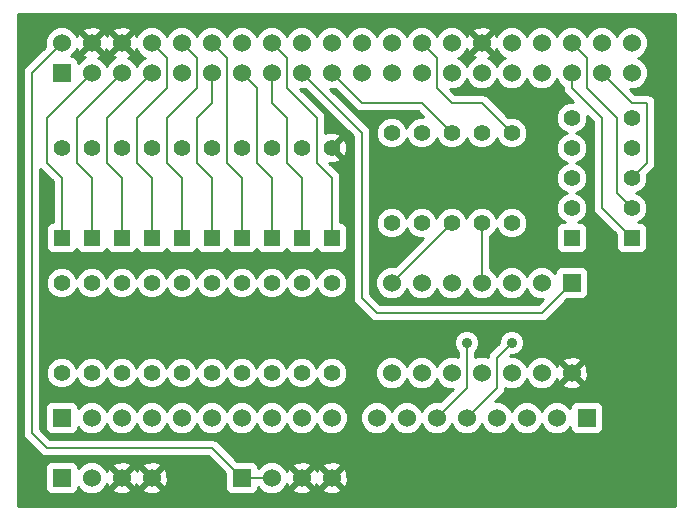
<source format=gtl>
G04 (created by PCBNEW-RS274X (2011-05-25)-stable) date Fri 31 Oct 2014 00:22:57 EDT*
G01*
G70*
G90*
%MOIN*%
G04 Gerber Fmt 3.4, Leading zero omitted, Abs format*
%FSLAX34Y34*%
G04 APERTURE LIST*
%ADD10C,0.006000*%
%ADD11R,0.060000X0.060000*%
%ADD12C,0.060000*%
%ADD13C,0.055000*%
%ADD14R,0.055000X0.055000*%
%ADD15C,0.035000*%
%ADD16C,0.008000*%
%ADD17C,0.010000*%
G04 APERTURE END LIST*
G54D10*
G54D11*
X56500Y-58000D03*
G54D12*
X55500Y-58000D03*
X54500Y-58000D03*
X53500Y-58000D03*
X52500Y-58000D03*
X51500Y-58000D03*
X50500Y-58000D03*
X49500Y-58000D03*
G54D11*
X39000Y-58000D03*
G54D12*
X40000Y-58000D03*
X41000Y-58000D03*
X42000Y-58000D03*
X43000Y-58000D03*
X44000Y-58000D03*
X45000Y-58000D03*
X46000Y-58000D03*
X47000Y-58000D03*
X48000Y-58000D03*
G54D13*
X50000Y-51500D03*
X50000Y-48500D03*
X51000Y-51500D03*
X51000Y-48500D03*
X46000Y-53500D03*
X46000Y-56500D03*
X44000Y-53500D03*
X44000Y-56500D03*
X41000Y-53500D03*
X41000Y-56500D03*
X40000Y-53500D03*
X40000Y-56500D03*
X39000Y-53500D03*
X39000Y-56500D03*
X52000Y-51500D03*
X52000Y-48500D03*
X54000Y-48500D03*
X54000Y-51500D03*
X53000Y-48500D03*
X53000Y-51500D03*
X48000Y-53500D03*
X48000Y-56500D03*
X47000Y-53500D03*
X47000Y-56500D03*
X45000Y-53500D03*
X45000Y-56500D03*
X42000Y-53500D03*
X42000Y-56500D03*
X43000Y-53500D03*
X43000Y-56500D03*
G54D11*
X39000Y-46500D03*
G54D12*
X39000Y-45500D03*
X44000Y-46500D03*
X40000Y-45500D03*
X45000Y-46500D03*
X41000Y-45500D03*
X46000Y-46500D03*
X42000Y-45500D03*
X47000Y-46500D03*
X43000Y-45500D03*
X48000Y-46500D03*
X44000Y-45500D03*
X49000Y-46500D03*
X45000Y-45500D03*
X50000Y-46500D03*
X46000Y-45500D03*
X51000Y-46500D03*
X47000Y-45500D03*
X52000Y-46500D03*
X48000Y-45500D03*
X53000Y-46500D03*
X49000Y-45500D03*
X54000Y-46500D03*
X50000Y-45500D03*
X51000Y-45500D03*
X55000Y-46500D03*
X52000Y-45500D03*
X54000Y-45500D03*
X55000Y-45500D03*
X56000Y-45500D03*
X57000Y-45500D03*
X56000Y-46500D03*
X57000Y-46500D03*
X40000Y-46500D03*
X41000Y-46500D03*
X42000Y-46500D03*
X43000Y-46500D03*
X58000Y-46500D03*
X58000Y-45500D03*
X53000Y-45500D03*
G54D11*
X56000Y-53500D03*
G54D12*
X55000Y-53500D03*
X54000Y-53500D03*
X53000Y-53500D03*
X52000Y-53500D03*
X51000Y-53500D03*
X50000Y-53500D03*
X50000Y-56500D03*
X51000Y-56500D03*
X52000Y-56500D03*
X53000Y-56500D03*
X54000Y-56500D03*
X55000Y-56500D03*
X56000Y-56500D03*
G54D11*
X39000Y-60000D03*
G54D12*
X40000Y-60000D03*
X41000Y-60000D03*
X42000Y-60000D03*
G54D14*
X56000Y-52000D03*
G54D13*
X56000Y-51000D03*
X56000Y-50000D03*
X56000Y-49000D03*
X56000Y-48000D03*
G54D14*
X58000Y-52000D03*
G54D13*
X58000Y-51000D03*
X58000Y-50000D03*
X58000Y-49000D03*
X58000Y-48000D03*
G54D11*
X45000Y-60000D03*
G54D12*
X46000Y-60000D03*
X47000Y-60000D03*
X48000Y-60000D03*
G54D14*
X39000Y-52000D03*
G54D13*
X39000Y-49000D03*
G54D14*
X40000Y-52000D03*
G54D13*
X40000Y-49000D03*
G54D14*
X41000Y-52000D03*
G54D13*
X41000Y-49000D03*
G54D14*
X44000Y-52000D03*
G54D13*
X44000Y-49000D03*
G54D14*
X46000Y-52000D03*
G54D13*
X46000Y-49000D03*
G54D14*
X48000Y-52000D03*
G54D13*
X48000Y-49000D03*
G54D14*
X47000Y-52000D03*
G54D13*
X47000Y-49000D03*
G54D14*
X45000Y-52000D03*
G54D13*
X45000Y-49000D03*
G54D14*
X42000Y-52000D03*
G54D13*
X42000Y-49000D03*
G54D14*
X43000Y-52000D03*
G54D13*
X43000Y-49000D03*
G54D15*
X54000Y-55500D03*
X52500Y-55500D03*
G54D16*
X47000Y-46500D02*
X49000Y-48500D01*
X55000Y-54500D02*
X56000Y-53500D01*
X49500Y-54500D02*
X55000Y-54500D01*
X49000Y-54000D02*
X49500Y-54500D01*
X49000Y-48500D02*
X49000Y-54000D01*
X39000Y-45500D02*
X38000Y-46500D01*
X44000Y-59000D02*
X45000Y-60000D01*
X38500Y-59000D02*
X44000Y-59000D01*
X38000Y-58500D02*
X38500Y-59000D01*
X38000Y-46500D02*
X38000Y-58500D01*
X45000Y-60000D02*
X46000Y-60000D01*
X42000Y-52000D02*
X42000Y-50000D01*
X42500Y-46000D02*
X42000Y-45500D01*
X42500Y-47000D02*
X42500Y-46000D01*
X41500Y-48000D02*
X42500Y-47000D01*
X41500Y-49500D02*
X41500Y-48000D01*
X42000Y-50000D02*
X41500Y-49500D01*
X43000Y-52000D02*
X43000Y-50000D01*
X43500Y-46000D02*
X43000Y-45500D01*
X43500Y-47000D02*
X43500Y-46000D01*
X42500Y-48000D02*
X43500Y-47000D01*
X42500Y-49500D02*
X42500Y-48000D01*
X43000Y-50000D02*
X42500Y-49500D01*
X56000Y-45500D02*
X56500Y-46000D01*
X57500Y-50500D02*
X58000Y-51000D01*
X57500Y-48000D02*
X57500Y-50500D01*
X56500Y-47000D02*
X57500Y-48000D01*
X56500Y-46000D02*
X56500Y-47000D01*
X44000Y-52000D02*
X44000Y-50000D01*
X44000Y-47500D02*
X44000Y-46500D01*
X43500Y-48000D02*
X44000Y-47500D01*
X43500Y-49500D02*
X43500Y-48000D01*
X44000Y-50000D02*
X43500Y-49500D01*
X45000Y-52000D02*
X45000Y-50000D01*
X44500Y-46000D02*
X44000Y-45500D01*
X44500Y-49500D02*
X44500Y-46000D01*
X45000Y-50000D02*
X44500Y-49500D01*
X56000Y-46500D02*
X56000Y-47000D01*
X57000Y-51000D02*
X58000Y-52000D01*
X57000Y-48000D02*
X57000Y-51000D01*
X56000Y-47000D02*
X57000Y-48000D01*
X39000Y-52000D02*
X39000Y-50000D01*
X38500Y-48000D02*
X40000Y-46500D01*
X38500Y-49500D02*
X38500Y-48000D01*
X39000Y-50000D02*
X38500Y-49500D01*
X47000Y-52000D02*
X47000Y-50000D01*
X46000Y-47500D02*
X46000Y-46500D01*
X46500Y-48000D02*
X46000Y-47500D01*
X46500Y-49500D02*
X46500Y-48000D01*
X47000Y-50000D02*
X46500Y-49500D01*
X48000Y-52000D02*
X48000Y-50000D01*
X46500Y-46000D02*
X46000Y-45500D01*
X46500Y-47000D02*
X46500Y-46000D01*
X47500Y-48000D02*
X46500Y-47000D01*
X47500Y-49500D02*
X47500Y-48000D01*
X48000Y-50000D02*
X47500Y-49500D01*
X57000Y-46500D02*
X58000Y-47500D01*
X58500Y-49500D02*
X58000Y-50000D01*
X58500Y-47500D02*
X58500Y-49500D01*
X58000Y-47500D02*
X58500Y-47500D01*
X46000Y-52000D02*
X46000Y-50000D01*
X45500Y-47000D02*
X45000Y-46500D01*
X45500Y-49500D02*
X45500Y-47000D01*
X46000Y-50000D02*
X45500Y-49500D01*
X40000Y-52000D02*
X40000Y-50000D01*
X39500Y-48000D02*
X41000Y-46500D01*
X39500Y-49500D02*
X39500Y-48000D01*
X40000Y-50000D02*
X39500Y-49500D01*
X41000Y-52000D02*
X41000Y-50000D01*
X40500Y-48000D02*
X42000Y-46500D01*
X40500Y-49500D02*
X40500Y-48000D01*
X41000Y-50000D02*
X40500Y-49500D01*
X53500Y-57000D02*
X52500Y-58000D01*
X53500Y-56000D02*
X53500Y-57000D01*
X54000Y-55500D02*
X53500Y-56000D01*
X52500Y-57000D02*
X51500Y-58000D01*
X52500Y-55500D02*
X52500Y-57000D01*
X51000Y-45500D02*
X51500Y-46000D01*
X53000Y-47500D02*
X54000Y-48500D01*
X52000Y-47500D02*
X53000Y-47500D01*
X51500Y-47000D02*
X52000Y-47500D01*
X51500Y-46000D02*
X51500Y-47000D01*
X52000Y-51500D02*
X50000Y-53500D01*
X48000Y-46500D02*
X49000Y-47500D01*
X51500Y-48000D02*
X52000Y-48500D01*
X51000Y-47500D02*
X51500Y-48000D01*
X49000Y-47500D02*
X51000Y-47500D01*
X53000Y-51500D02*
X53000Y-53500D01*
G54D10*
G36*
X39071Y-49000D02*
X39000Y-49071D01*
X38929Y-49000D01*
X39000Y-48929D01*
X39071Y-49000D01*
X39071Y-49000D01*
G37*
G54D17*
X39071Y-49000D02*
X39000Y-49071D01*
X38929Y-49000D01*
X39000Y-48929D01*
X39071Y-49000D01*
G54D10*
G36*
X40071Y-49000D02*
X40000Y-49071D01*
X39929Y-49000D01*
X40000Y-48929D01*
X40071Y-49000D01*
X40071Y-49000D01*
G37*
G54D17*
X40071Y-49000D02*
X40000Y-49071D01*
X39929Y-49000D01*
X40000Y-48929D01*
X40071Y-49000D01*
G54D10*
G36*
X41071Y-49000D02*
X41000Y-49071D01*
X40929Y-49000D01*
X41000Y-48929D01*
X41071Y-49000D01*
X41071Y-49000D01*
G37*
G54D17*
X41071Y-49000D02*
X41000Y-49071D01*
X40929Y-49000D01*
X41000Y-48929D01*
X41071Y-49000D01*
G54D10*
G36*
X42071Y-49000D02*
X42000Y-49071D01*
X41929Y-49000D01*
X42000Y-48929D01*
X42071Y-49000D01*
X42071Y-49000D01*
G37*
G54D17*
X42071Y-49000D02*
X42000Y-49071D01*
X41929Y-49000D01*
X42000Y-48929D01*
X42071Y-49000D01*
G54D10*
G36*
X43071Y-49000D02*
X43000Y-49071D01*
X42929Y-49000D01*
X43000Y-48929D01*
X43071Y-49000D01*
X43071Y-49000D01*
G37*
G54D17*
X43071Y-49000D02*
X43000Y-49071D01*
X42929Y-49000D01*
X43000Y-48929D01*
X43071Y-49000D01*
G54D10*
G36*
X44071Y-49000D02*
X44000Y-49071D01*
X43929Y-49000D01*
X44000Y-48929D01*
X44071Y-49000D01*
X44071Y-49000D01*
G37*
G54D17*
X44071Y-49000D02*
X44000Y-49071D01*
X43929Y-49000D01*
X44000Y-48929D01*
X44071Y-49000D01*
G54D10*
G36*
X45071Y-49000D02*
X45000Y-49071D01*
X44929Y-49000D01*
X45000Y-48929D01*
X45071Y-49000D01*
X45071Y-49000D01*
G37*
G54D17*
X45071Y-49000D02*
X45000Y-49071D01*
X44929Y-49000D01*
X45000Y-48929D01*
X45071Y-49000D01*
G54D10*
G36*
X46071Y-49000D02*
X46000Y-49071D01*
X45929Y-49000D01*
X46000Y-48929D01*
X46071Y-49000D01*
X46071Y-49000D01*
G37*
G54D17*
X46071Y-49000D02*
X46000Y-49071D01*
X45929Y-49000D01*
X46000Y-48929D01*
X46071Y-49000D01*
G54D10*
G36*
X47071Y-49000D02*
X47000Y-49071D01*
X46929Y-49000D01*
X47000Y-48929D01*
X47071Y-49000D01*
X47071Y-49000D01*
G37*
G54D17*
X47071Y-49000D02*
X47000Y-49071D01*
X46929Y-49000D01*
X47000Y-48929D01*
X47071Y-49000D01*
G54D10*
G36*
X59450Y-60950D02*
X58790Y-60950D01*
X58790Y-49500D01*
X58790Y-47500D01*
X58768Y-47389D01*
X58705Y-47295D01*
X58611Y-47232D01*
X58500Y-47210D01*
X58120Y-47210D01*
X57959Y-47049D01*
X58109Y-47049D01*
X58311Y-46965D01*
X58465Y-46811D01*
X58549Y-46609D01*
X58549Y-46391D01*
X58465Y-46189D01*
X58311Y-46035D01*
X58226Y-46000D01*
X58311Y-45965D01*
X58465Y-45811D01*
X58549Y-45609D01*
X58549Y-45391D01*
X58465Y-45189D01*
X58311Y-45035D01*
X58109Y-44951D01*
X57891Y-44951D01*
X57689Y-45035D01*
X57535Y-45189D01*
X57500Y-45273D01*
X57465Y-45189D01*
X57311Y-45035D01*
X57109Y-44951D01*
X56891Y-44951D01*
X56689Y-45035D01*
X56535Y-45189D01*
X56500Y-45273D01*
X56465Y-45189D01*
X56311Y-45035D01*
X56109Y-44951D01*
X55891Y-44951D01*
X55689Y-45035D01*
X55535Y-45189D01*
X55500Y-45273D01*
X55465Y-45189D01*
X55311Y-45035D01*
X55109Y-44951D01*
X54891Y-44951D01*
X54689Y-45035D01*
X54535Y-45189D01*
X54500Y-45273D01*
X54465Y-45189D01*
X54311Y-45035D01*
X54109Y-44951D01*
X53891Y-44951D01*
X53689Y-45035D01*
X53535Y-45189D01*
X53497Y-45280D01*
X53472Y-45219D01*
X53378Y-45192D01*
X53308Y-45262D01*
X53308Y-45122D01*
X53281Y-45028D01*
X53079Y-44957D01*
X52866Y-44968D01*
X52719Y-45028D01*
X52692Y-45122D01*
X53000Y-45429D01*
X53308Y-45122D01*
X53308Y-45262D01*
X53071Y-45500D01*
X53378Y-45808D01*
X53472Y-45781D01*
X53495Y-45715D01*
X53535Y-45811D01*
X53689Y-45965D01*
X53773Y-46000D01*
X53689Y-46035D01*
X53535Y-46189D01*
X53500Y-46273D01*
X53465Y-46189D01*
X53311Y-46035D01*
X53219Y-45997D01*
X53281Y-45972D01*
X53308Y-45878D01*
X53000Y-45571D01*
X52692Y-45878D01*
X52719Y-45972D01*
X52784Y-45995D01*
X52689Y-46035D01*
X52535Y-46189D01*
X52500Y-46273D01*
X52465Y-46189D01*
X52311Y-46035D01*
X52226Y-46000D01*
X52311Y-45965D01*
X52465Y-45811D01*
X52502Y-45719D01*
X52528Y-45781D01*
X52622Y-45808D01*
X52929Y-45500D01*
X52622Y-45192D01*
X52528Y-45219D01*
X52504Y-45284D01*
X52465Y-45189D01*
X52311Y-45035D01*
X52109Y-44951D01*
X51891Y-44951D01*
X51689Y-45035D01*
X51535Y-45189D01*
X51500Y-45273D01*
X51465Y-45189D01*
X51311Y-45035D01*
X51109Y-44951D01*
X50891Y-44951D01*
X50689Y-45035D01*
X50535Y-45189D01*
X50500Y-45273D01*
X50465Y-45189D01*
X50311Y-45035D01*
X50109Y-44951D01*
X49891Y-44951D01*
X49689Y-45035D01*
X49535Y-45189D01*
X49500Y-45273D01*
X49465Y-45189D01*
X49311Y-45035D01*
X49109Y-44951D01*
X48891Y-44951D01*
X48689Y-45035D01*
X48535Y-45189D01*
X48500Y-45273D01*
X48465Y-45189D01*
X48311Y-45035D01*
X48109Y-44951D01*
X47891Y-44951D01*
X47689Y-45035D01*
X47535Y-45189D01*
X47500Y-45273D01*
X47465Y-45189D01*
X47311Y-45035D01*
X47109Y-44951D01*
X46891Y-44951D01*
X46689Y-45035D01*
X46535Y-45189D01*
X46500Y-45273D01*
X46465Y-45189D01*
X46311Y-45035D01*
X46109Y-44951D01*
X45891Y-44951D01*
X45689Y-45035D01*
X45535Y-45189D01*
X45500Y-45273D01*
X45465Y-45189D01*
X45311Y-45035D01*
X45109Y-44951D01*
X44891Y-44951D01*
X44689Y-45035D01*
X44535Y-45189D01*
X44500Y-45273D01*
X44465Y-45189D01*
X44311Y-45035D01*
X44109Y-44951D01*
X43891Y-44951D01*
X43689Y-45035D01*
X43535Y-45189D01*
X43500Y-45273D01*
X43465Y-45189D01*
X43311Y-45035D01*
X43109Y-44951D01*
X42891Y-44951D01*
X42689Y-45035D01*
X42535Y-45189D01*
X42500Y-45273D01*
X42465Y-45189D01*
X42311Y-45035D01*
X42109Y-44951D01*
X41891Y-44951D01*
X41689Y-45035D01*
X41535Y-45189D01*
X41497Y-45280D01*
X41472Y-45219D01*
X41378Y-45192D01*
X41308Y-45262D01*
X41308Y-45122D01*
X41281Y-45028D01*
X41079Y-44957D01*
X40866Y-44968D01*
X40719Y-45028D01*
X40692Y-45122D01*
X41000Y-45429D01*
X41308Y-45122D01*
X41308Y-45262D01*
X41071Y-45500D01*
X41378Y-45808D01*
X41472Y-45781D01*
X41495Y-45715D01*
X41535Y-45811D01*
X41689Y-45965D01*
X41773Y-46000D01*
X41689Y-46035D01*
X41535Y-46189D01*
X41500Y-46273D01*
X41465Y-46189D01*
X41311Y-46035D01*
X41219Y-45997D01*
X41281Y-45972D01*
X41308Y-45878D01*
X41000Y-45571D01*
X40929Y-45641D01*
X40929Y-45500D01*
X40622Y-45192D01*
X40528Y-45219D01*
X40502Y-45292D01*
X40472Y-45219D01*
X40378Y-45192D01*
X40308Y-45262D01*
X40308Y-45122D01*
X40281Y-45028D01*
X40079Y-44957D01*
X39866Y-44968D01*
X39719Y-45028D01*
X39692Y-45122D01*
X40000Y-45429D01*
X40308Y-45122D01*
X40308Y-45262D01*
X40071Y-45500D01*
X40378Y-45808D01*
X40472Y-45781D01*
X40497Y-45707D01*
X40528Y-45781D01*
X40622Y-45808D01*
X40929Y-45500D01*
X40929Y-45641D01*
X40692Y-45878D01*
X40719Y-45972D01*
X40784Y-45995D01*
X40689Y-46035D01*
X40535Y-46189D01*
X40500Y-46273D01*
X40465Y-46189D01*
X40311Y-46035D01*
X40219Y-45997D01*
X40281Y-45972D01*
X40308Y-45878D01*
X40000Y-45571D01*
X39692Y-45878D01*
X39719Y-45972D01*
X39784Y-45995D01*
X39689Y-46035D01*
X39549Y-46175D01*
X39549Y-46151D01*
X39511Y-46059D01*
X39441Y-45989D01*
X39350Y-45951D01*
X39325Y-45951D01*
X39465Y-45811D01*
X39502Y-45719D01*
X39528Y-45781D01*
X39622Y-45808D01*
X39929Y-45500D01*
X39622Y-45192D01*
X39528Y-45219D01*
X39504Y-45284D01*
X39465Y-45189D01*
X39311Y-45035D01*
X39109Y-44951D01*
X38891Y-44951D01*
X38689Y-45035D01*
X38535Y-45189D01*
X38451Y-45391D01*
X38451Y-45609D01*
X38459Y-45630D01*
X37795Y-46295D01*
X37732Y-46389D01*
X37710Y-46500D01*
X37710Y-58500D01*
X37732Y-58611D01*
X37795Y-58705D01*
X38295Y-59205D01*
X38389Y-59268D01*
X38500Y-59290D01*
X43880Y-59290D01*
X44451Y-59861D01*
X44451Y-60349D01*
X44489Y-60441D01*
X44559Y-60511D01*
X44650Y-60549D01*
X44749Y-60549D01*
X45349Y-60549D01*
X45441Y-60511D01*
X45511Y-60441D01*
X45549Y-60350D01*
X45549Y-60325D01*
X45689Y-60465D01*
X45891Y-60549D01*
X46109Y-60549D01*
X46311Y-60465D01*
X46465Y-60311D01*
X46502Y-60219D01*
X46528Y-60281D01*
X46622Y-60308D01*
X46929Y-60000D01*
X46622Y-59692D01*
X46528Y-59719D01*
X46504Y-59784D01*
X46465Y-59689D01*
X46311Y-59535D01*
X46109Y-59451D01*
X45891Y-59451D01*
X45689Y-59535D01*
X45549Y-59675D01*
X45549Y-59651D01*
X45511Y-59559D01*
X45441Y-59489D01*
X45350Y-59451D01*
X45251Y-59451D01*
X44861Y-59451D01*
X44205Y-58795D01*
X44111Y-58732D01*
X44000Y-58710D01*
X38620Y-58710D01*
X38290Y-58380D01*
X38290Y-49697D01*
X38295Y-49705D01*
X38710Y-50120D01*
X38710Y-51476D01*
X38676Y-51476D01*
X38584Y-51514D01*
X38514Y-51584D01*
X38476Y-51675D01*
X38476Y-51774D01*
X38476Y-52324D01*
X38514Y-52416D01*
X38584Y-52486D01*
X38675Y-52524D01*
X38774Y-52524D01*
X39324Y-52524D01*
X39416Y-52486D01*
X39486Y-52416D01*
X39500Y-52382D01*
X39514Y-52416D01*
X39584Y-52486D01*
X39675Y-52524D01*
X39774Y-52524D01*
X40324Y-52524D01*
X40416Y-52486D01*
X40486Y-52416D01*
X40500Y-52382D01*
X40514Y-52416D01*
X40584Y-52486D01*
X40675Y-52524D01*
X40774Y-52524D01*
X41324Y-52524D01*
X41416Y-52486D01*
X41486Y-52416D01*
X41500Y-52382D01*
X41514Y-52416D01*
X41584Y-52486D01*
X41675Y-52524D01*
X41774Y-52524D01*
X42324Y-52524D01*
X42416Y-52486D01*
X42486Y-52416D01*
X42500Y-52382D01*
X42514Y-52416D01*
X42584Y-52486D01*
X42675Y-52524D01*
X42774Y-52524D01*
X43324Y-52524D01*
X43416Y-52486D01*
X43486Y-52416D01*
X43500Y-52382D01*
X43514Y-52416D01*
X43584Y-52486D01*
X43675Y-52524D01*
X43774Y-52524D01*
X44324Y-52524D01*
X44416Y-52486D01*
X44486Y-52416D01*
X44500Y-52382D01*
X44514Y-52416D01*
X44584Y-52486D01*
X44675Y-52524D01*
X44774Y-52524D01*
X45324Y-52524D01*
X45416Y-52486D01*
X45486Y-52416D01*
X45500Y-52382D01*
X45514Y-52416D01*
X45584Y-52486D01*
X45675Y-52524D01*
X45774Y-52524D01*
X46324Y-52524D01*
X46416Y-52486D01*
X46486Y-52416D01*
X46500Y-52382D01*
X46514Y-52416D01*
X46584Y-52486D01*
X46675Y-52524D01*
X46774Y-52524D01*
X47324Y-52524D01*
X47416Y-52486D01*
X47486Y-52416D01*
X47500Y-52382D01*
X47514Y-52416D01*
X47584Y-52486D01*
X47675Y-52524D01*
X47774Y-52524D01*
X48324Y-52524D01*
X48416Y-52486D01*
X48486Y-52416D01*
X48524Y-52325D01*
X48524Y-52226D01*
X48524Y-51676D01*
X48519Y-51663D01*
X48519Y-49074D01*
X48508Y-48870D01*
X48452Y-48733D01*
X48361Y-48710D01*
X48071Y-49000D01*
X48361Y-49290D01*
X48452Y-49267D01*
X48519Y-49074D01*
X48519Y-51663D01*
X48486Y-51584D01*
X48416Y-51514D01*
X48325Y-51476D01*
X48290Y-51476D01*
X48290Y-50000D01*
X48268Y-49889D01*
X48205Y-49795D01*
X47928Y-49518D01*
X48130Y-49508D01*
X48267Y-49452D01*
X48290Y-49361D01*
X48035Y-49106D01*
X48000Y-49071D01*
X47929Y-49000D01*
X48000Y-48929D01*
X48035Y-48894D01*
X48290Y-48639D01*
X48267Y-48548D01*
X48074Y-48481D01*
X47870Y-48492D01*
X47790Y-48524D01*
X47790Y-48000D01*
X47768Y-47889D01*
X47705Y-47795D01*
X46959Y-47049D01*
X47109Y-47049D01*
X47130Y-47040D01*
X48710Y-48620D01*
X48710Y-54000D01*
X48732Y-54111D01*
X48795Y-54205D01*
X49295Y-54705D01*
X49389Y-54768D01*
X49500Y-54790D01*
X55000Y-54790D01*
X55111Y-54768D01*
X55205Y-54705D01*
X55861Y-54049D01*
X56349Y-54049D01*
X56441Y-54011D01*
X56511Y-53941D01*
X56549Y-53850D01*
X56549Y-53751D01*
X56549Y-53151D01*
X56511Y-53059D01*
X56441Y-52989D01*
X56350Y-52951D01*
X56251Y-52951D01*
X55651Y-52951D01*
X55559Y-52989D01*
X55489Y-53059D01*
X55451Y-53150D01*
X55451Y-53175D01*
X55311Y-53035D01*
X55109Y-52951D01*
X54891Y-52951D01*
X54689Y-53035D01*
X54535Y-53189D01*
X54500Y-53273D01*
X54465Y-53189D01*
X54311Y-53035D01*
X54109Y-52951D01*
X53891Y-52951D01*
X53689Y-53035D01*
X53535Y-53189D01*
X53500Y-53273D01*
X53465Y-53189D01*
X53311Y-53035D01*
X53290Y-53026D01*
X53290Y-51947D01*
X53297Y-51945D01*
X53445Y-51798D01*
X53500Y-51664D01*
X53555Y-51797D01*
X53702Y-51945D01*
X53895Y-52025D01*
X54104Y-52025D01*
X54297Y-51945D01*
X54445Y-51798D01*
X54525Y-51605D01*
X54525Y-51396D01*
X54445Y-51203D01*
X54298Y-51055D01*
X54105Y-50975D01*
X53896Y-50975D01*
X53703Y-51055D01*
X53555Y-51202D01*
X53499Y-51335D01*
X53445Y-51203D01*
X53298Y-51055D01*
X53105Y-50975D01*
X52896Y-50975D01*
X52703Y-51055D01*
X52555Y-51202D01*
X52499Y-51335D01*
X52445Y-51203D01*
X52298Y-51055D01*
X52105Y-50975D01*
X51896Y-50975D01*
X51703Y-51055D01*
X51555Y-51202D01*
X51499Y-51335D01*
X51445Y-51203D01*
X51298Y-51055D01*
X51105Y-50975D01*
X50896Y-50975D01*
X50703Y-51055D01*
X50555Y-51202D01*
X50499Y-51335D01*
X50445Y-51203D01*
X50298Y-51055D01*
X50105Y-50975D01*
X49896Y-50975D01*
X49703Y-51055D01*
X49555Y-51202D01*
X49475Y-51395D01*
X49475Y-51604D01*
X49555Y-51797D01*
X49702Y-51945D01*
X49895Y-52025D01*
X50104Y-52025D01*
X50297Y-51945D01*
X50445Y-51798D01*
X50500Y-51664D01*
X50555Y-51797D01*
X50702Y-51945D01*
X50895Y-52025D01*
X51065Y-52025D01*
X50130Y-52959D01*
X50109Y-52951D01*
X49891Y-52951D01*
X49689Y-53035D01*
X49535Y-53189D01*
X49451Y-53391D01*
X49451Y-53609D01*
X49535Y-53811D01*
X49689Y-53965D01*
X49891Y-54049D01*
X50109Y-54049D01*
X50311Y-53965D01*
X50465Y-53811D01*
X50500Y-53726D01*
X50535Y-53811D01*
X50689Y-53965D01*
X50891Y-54049D01*
X51109Y-54049D01*
X51311Y-53965D01*
X51465Y-53811D01*
X51500Y-53726D01*
X51535Y-53811D01*
X51689Y-53965D01*
X51891Y-54049D01*
X52109Y-54049D01*
X52311Y-53965D01*
X52465Y-53811D01*
X52500Y-53726D01*
X52535Y-53811D01*
X52689Y-53965D01*
X52891Y-54049D01*
X53109Y-54049D01*
X53311Y-53965D01*
X53465Y-53811D01*
X53500Y-53726D01*
X53535Y-53811D01*
X53689Y-53965D01*
X53891Y-54049D01*
X54109Y-54049D01*
X54311Y-53965D01*
X54465Y-53811D01*
X54500Y-53726D01*
X54535Y-53811D01*
X54689Y-53965D01*
X54891Y-54049D01*
X55041Y-54049D01*
X54880Y-54210D01*
X49620Y-54210D01*
X49290Y-53880D01*
X49290Y-48500D01*
X49268Y-48389D01*
X49205Y-48295D01*
X47959Y-47049D01*
X48109Y-47049D01*
X48130Y-47040D01*
X48795Y-47705D01*
X48889Y-47768D01*
X49000Y-47790D01*
X50880Y-47790D01*
X51065Y-47975D01*
X50896Y-47975D01*
X50703Y-48055D01*
X50555Y-48202D01*
X50499Y-48335D01*
X50445Y-48203D01*
X50298Y-48055D01*
X50105Y-47975D01*
X49896Y-47975D01*
X49703Y-48055D01*
X49555Y-48202D01*
X49475Y-48395D01*
X49475Y-48604D01*
X49555Y-48797D01*
X49702Y-48945D01*
X49895Y-49025D01*
X50104Y-49025D01*
X50297Y-48945D01*
X50445Y-48798D01*
X50500Y-48664D01*
X50555Y-48797D01*
X50702Y-48945D01*
X50895Y-49025D01*
X51104Y-49025D01*
X51297Y-48945D01*
X51445Y-48798D01*
X51500Y-48664D01*
X51555Y-48797D01*
X51702Y-48945D01*
X51895Y-49025D01*
X52104Y-49025D01*
X52297Y-48945D01*
X52445Y-48798D01*
X52500Y-48664D01*
X52555Y-48797D01*
X52702Y-48945D01*
X52895Y-49025D01*
X53104Y-49025D01*
X53297Y-48945D01*
X53445Y-48798D01*
X53500Y-48664D01*
X53555Y-48797D01*
X53702Y-48945D01*
X53895Y-49025D01*
X54104Y-49025D01*
X54297Y-48945D01*
X54445Y-48798D01*
X54525Y-48605D01*
X54525Y-48396D01*
X54445Y-48203D01*
X54298Y-48055D01*
X54105Y-47975D01*
X53896Y-47975D01*
X53888Y-47978D01*
X53205Y-47295D01*
X53111Y-47232D01*
X53000Y-47210D01*
X52120Y-47210D01*
X51959Y-47049D01*
X52109Y-47049D01*
X52311Y-46965D01*
X52465Y-46811D01*
X52500Y-46726D01*
X52535Y-46811D01*
X52689Y-46965D01*
X52891Y-47049D01*
X53109Y-47049D01*
X53311Y-46965D01*
X53465Y-46811D01*
X53500Y-46726D01*
X53535Y-46811D01*
X53689Y-46965D01*
X53891Y-47049D01*
X54109Y-47049D01*
X54311Y-46965D01*
X54465Y-46811D01*
X54500Y-46726D01*
X54535Y-46811D01*
X54689Y-46965D01*
X54891Y-47049D01*
X55109Y-47049D01*
X55311Y-46965D01*
X55465Y-46811D01*
X55500Y-46726D01*
X55535Y-46811D01*
X55689Y-46965D01*
X55710Y-46973D01*
X55710Y-47000D01*
X55732Y-47111D01*
X55795Y-47205D01*
X56065Y-47475D01*
X55896Y-47475D01*
X55703Y-47555D01*
X55555Y-47702D01*
X55475Y-47895D01*
X55475Y-48104D01*
X55555Y-48297D01*
X55702Y-48445D01*
X55835Y-48500D01*
X55703Y-48555D01*
X55555Y-48702D01*
X55475Y-48895D01*
X55475Y-49104D01*
X55555Y-49297D01*
X55702Y-49445D01*
X55835Y-49500D01*
X55703Y-49555D01*
X55555Y-49702D01*
X55475Y-49895D01*
X55475Y-50104D01*
X55555Y-50297D01*
X55702Y-50445D01*
X55835Y-50500D01*
X55703Y-50555D01*
X55555Y-50702D01*
X55475Y-50895D01*
X55475Y-51104D01*
X55555Y-51297D01*
X55702Y-51445D01*
X55776Y-51476D01*
X55676Y-51476D01*
X55584Y-51514D01*
X55514Y-51584D01*
X55476Y-51675D01*
X55476Y-51774D01*
X55476Y-52324D01*
X55514Y-52416D01*
X55584Y-52486D01*
X55675Y-52524D01*
X55774Y-52524D01*
X56324Y-52524D01*
X56416Y-52486D01*
X56486Y-52416D01*
X56524Y-52325D01*
X56524Y-52226D01*
X56524Y-51676D01*
X56486Y-51584D01*
X56416Y-51514D01*
X56325Y-51476D01*
X56226Y-51476D01*
X56222Y-51476D01*
X56297Y-51445D01*
X56445Y-51298D01*
X56525Y-51105D01*
X56525Y-50896D01*
X56445Y-50703D01*
X56298Y-50555D01*
X56164Y-50499D01*
X56297Y-50445D01*
X56445Y-50298D01*
X56525Y-50105D01*
X56525Y-49896D01*
X56445Y-49703D01*
X56298Y-49555D01*
X56164Y-49499D01*
X56297Y-49445D01*
X56445Y-49298D01*
X56525Y-49105D01*
X56525Y-48896D01*
X56445Y-48703D01*
X56298Y-48555D01*
X56164Y-48499D01*
X56297Y-48445D01*
X56445Y-48298D01*
X56525Y-48105D01*
X56525Y-47935D01*
X56710Y-48120D01*
X56710Y-51000D01*
X56732Y-51111D01*
X56795Y-51205D01*
X57476Y-51886D01*
X57476Y-52324D01*
X57514Y-52416D01*
X57584Y-52486D01*
X57675Y-52524D01*
X57774Y-52524D01*
X58324Y-52524D01*
X58416Y-52486D01*
X58486Y-52416D01*
X58524Y-52325D01*
X58524Y-52226D01*
X58524Y-51676D01*
X58486Y-51584D01*
X58416Y-51514D01*
X58325Y-51476D01*
X58226Y-51476D01*
X58222Y-51476D01*
X58297Y-51445D01*
X58445Y-51298D01*
X58525Y-51105D01*
X58525Y-50896D01*
X58445Y-50703D01*
X58298Y-50555D01*
X58164Y-50499D01*
X58297Y-50445D01*
X58445Y-50298D01*
X58525Y-50105D01*
X58525Y-49896D01*
X58521Y-49888D01*
X58705Y-49705D01*
X58768Y-49611D01*
X58790Y-49500D01*
X58790Y-60950D01*
X57049Y-60950D01*
X57049Y-58350D01*
X57049Y-58251D01*
X57049Y-57651D01*
X57011Y-57559D01*
X56941Y-57489D01*
X56850Y-57451D01*
X56751Y-57451D01*
X56543Y-57451D01*
X56543Y-56579D01*
X56532Y-56366D01*
X56472Y-56219D01*
X56378Y-56192D01*
X56308Y-56262D01*
X56308Y-56122D01*
X56281Y-56028D01*
X56079Y-55957D01*
X55866Y-55968D01*
X55719Y-56028D01*
X55692Y-56122D01*
X56000Y-56429D01*
X56308Y-56122D01*
X56308Y-56262D01*
X56071Y-56500D01*
X56378Y-56808D01*
X56472Y-56781D01*
X56543Y-56579D01*
X56543Y-57451D01*
X56308Y-57451D01*
X56308Y-56878D01*
X56000Y-56571D01*
X55692Y-56878D01*
X55719Y-56972D01*
X55921Y-57043D01*
X56134Y-57032D01*
X56281Y-56972D01*
X56308Y-56878D01*
X56308Y-57451D01*
X56151Y-57451D01*
X56059Y-57489D01*
X55989Y-57559D01*
X55951Y-57650D01*
X55951Y-57675D01*
X55811Y-57535D01*
X55609Y-57451D01*
X55391Y-57451D01*
X55189Y-57535D01*
X55035Y-57689D01*
X55000Y-57773D01*
X54965Y-57689D01*
X54811Y-57535D01*
X54609Y-57451D01*
X54391Y-57451D01*
X54189Y-57535D01*
X54035Y-57689D01*
X54000Y-57773D01*
X53965Y-57689D01*
X53811Y-57535D01*
X53609Y-57451D01*
X53459Y-57451D01*
X53705Y-57205D01*
X53768Y-57111D01*
X53788Y-57006D01*
X53891Y-57049D01*
X54109Y-57049D01*
X54311Y-56965D01*
X54465Y-56811D01*
X54500Y-56726D01*
X54535Y-56811D01*
X54689Y-56965D01*
X54891Y-57049D01*
X55109Y-57049D01*
X55311Y-56965D01*
X55465Y-56811D01*
X55502Y-56719D01*
X55528Y-56781D01*
X55622Y-56808D01*
X55929Y-56500D01*
X55622Y-56192D01*
X55528Y-56219D01*
X55504Y-56284D01*
X55465Y-56189D01*
X55311Y-56035D01*
X55109Y-55951D01*
X54891Y-55951D01*
X54689Y-56035D01*
X54535Y-56189D01*
X54500Y-56273D01*
X54465Y-56189D01*
X54311Y-56035D01*
X54109Y-55951D01*
X53959Y-55951D01*
X53985Y-55925D01*
X54084Y-55925D01*
X54240Y-55861D01*
X54360Y-55741D01*
X54425Y-55585D01*
X54425Y-55416D01*
X54361Y-55260D01*
X54241Y-55140D01*
X54085Y-55075D01*
X53916Y-55075D01*
X53760Y-55139D01*
X53640Y-55259D01*
X53575Y-55415D01*
X53575Y-55515D01*
X53295Y-55795D01*
X53232Y-55889D01*
X53211Y-55993D01*
X53109Y-55951D01*
X52891Y-55951D01*
X52790Y-55993D01*
X52790Y-55811D01*
X52860Y-55741D01*
X52925Y-55585D01*
X52925Y-55416D01*
X52861Y-55260D01*
X52741Y-55140D01*
X52585Y-55075D01*
X52416Y-55075D01*
X52260Y-55139D01*
X52140Y-55259D01*
X52075Y-55415D01*
X52075Y-55584D01*
X52139Y-55740D01*
X52210Y-55811D01*
X52210Y-55993D01*
X52109Y-55951D01*
X51891Y-55951D01*
X51689Y-56035D01*
X51535Y-56189D01*
X51500Y-56273D01*
X51465Y-56189D01*
X51311Y-56035D01*
X51109Y-55951D01*
X50891Y-55951D01*
X50689Y-56035D01*
X50535Y-56189D01*
X50500Y-56273D01*
X50465Y-56189D01*
X50311Y-56035D01*
X50109Y-55951D01*
X49891Y-55951D01*
X49689Y-56035D01*
X49535Y-56189D01*
X49451Y-56391D01*
X49451Y-56609D01*
X49535Y-56811D01*
X49689Y-56965D01*
X49891Y-57049D01*
X50109Y-57049D01*
X50311Y-56965D01*
X50465Y-56811D01*
X50500Y-56726D01*
X50535Y-56811D01*
X50689Y-56965D01*
X50891Y-57049D01*
X51109Y-57049D01*
X51311Y-56965D01*
X51465Y-56811D01*
X51500Y-56726D01*
X51535Y-56811D01*
X51689Y-56965D01*
X51891Y-57049D01*
X52041Y-57049D01*
X51630Y-57459D01*
X51609Y-57451D01*
X51391Y-57451D01*
X51189Y-57535D01*
X51035Y-57689D01*
X51000Y-57773D01*
X50965Y-57689D01*
X50811Y-57535D01*
X50609Y-57451D01*
X50391Y-57451D01*
X50189Y-57535D01*
X50035Y-57689D01*
X50000Y-57773D01*
X49965Y-57689D01*
X49811Y-57535D01*
X49609Y-57451D01*
X49391Y-57451D01*
X49189Y-57535D01*
X49035Y-57689D01*
X48951Y-57891D01*
X48951Y-58109D01*
X49035Y-58311D01*
X49189Y-58465D01*
X49391Y-58549D01*
X49609Y-58549D01*
X49811Y-58465D01*
X49965Y-58311D01*
X50000Y-58226D01*
X50035Y-58311D01*
X50189Y-58465D01*
X50391Y-58549D01*
X50609Y-58549D01*
X50811Y-58465D01*
X50965Y-58311D01*
X51000Y-58226D01*
X51035Y-58311D01*
X51189Y-58465D01*
X51391Y-58549D01*
X51609Y-58549D01*
X51811Y-58465D01*
X51965Y-58311D01*
X52000Y-58226D01*
X52035Y-58311D01*
X52189Y-58465D01*
X52391Y-58549D01*
X52609Y-58549D01*
X52811Y-58465D01*
X52965Y-58311D01*
X53000Y-58226D01*
X53035Y-58311D01*
X53189Y-58465D01*
X53391Y-58549D01*
X53609Y-58549D01*
X53811Y-58465D01*
X53965Y-58311D01*
X54000Y-58226D01*
X54035Y-58311D01*
X54189Y-58465D01*
X54391Y-58549D01*
X54609Y-58549D01*
X54811Y-58465D01*
X54965Y-58311D01*
X55000Y-58226D01*
X55035Y-58311D01*
X55189Y-58465D01*
X55391Y-58549D01*
X55609Y-58549D01*
X55811Y-58465D01*
X55951Y-58325D01*
X55951Y-58349D01*
X55989Y-58441D01*
X56059Y-58511D01*
X56150Y-58549D01*
X56249Y-58549D01*
X56849Y-58549D01*
X56941Y-58511D01*
X57011Y-58441D01*
X57049Y-58350D01*
X57049Y-60950D01*
X48549Y-60950D01*
X48549Y-58109D01*
X48549Y-57891D01*
X48525Y-57833D01*
X48525Y-56605D01*
X48525Y-56396D01*
X48525Y-53605D01*
X48525Y-53396D01*
X48445Y-53203D01*
X48298Y-53055D01*
X48105Y-52975D01*
X47896Y-52975D01*
X47703Y-53055D01*
X47555Y-53202D01*
X47499Y-53335D01*
X47445Y-53203D01*
X47298Y-53055D01*
X47105Y-52975D01*
X46896Y-52975D01*
X46703Y-53055D01*
X46555Y-53202D01*
X46499Y-53335D01*
X46445Y-53203D01*
X46298Y-53055D01*
X46105Y-52975D01*
X45896Y-52975D01*
X45703Y-53055D01*
X45555Y-53202D01*
X45499Y-53335D01*
X45445Y-53203D01*
X45298Y-53055D01*
X45105Y-52975D01*
X44896Y-52975D01*
X44703Y-53055D01*
X44555Y-53202D01*
X44499Y-53335D01*
X44445Y-53203D01*
X44298Y-53055D01*
X44105Y-52975D01*
X43896Y-52975D01*
X43703Y-53055D01*
X43555Y-53202D01*
X43499Y-53335D01*
X43445Y-53203D01*
X43298Y-53055D01*
X43105Y-52975D01*
X42896Y-52975D01*
X42703Y-53055D01*
X42555Y-53202D01*
X42499Y-53335D01*
X42445Y-53203D01*
X42298Y-53055D01*
X42105Y-52975D01*
X41896Y-52975D01*
X41703Y-53055D01*
X41555Y-53202D01*
X41499Y-53335D01*
X41445Y-53203D01*
X41298Y-53055D01*
X41105Y-52975D01*
X40896Y-52975D01*
X40703Y-53055D01*
X40555Y-53202D01*
X40499Y-53335D01*
X40445Y-53203D01*
X40298Y-53055D01*
X40105Y-52975D01*
X39896Y-52975D01*
X39703Y-53055D01*
X39555Y-53202D01*
X39499Y-53335D01*
X39445Y-53203D01*
X39298Y-53055D01*
X39105Y-52975D01*
X38896Y-52975D01*
X38703Y-53055D01*
X38555Y-53202D01*
X38475Y-53395D01*
X38475Y-53604D01*
X38555Y-53797D01*
X38702Y-53945D01*
X38895Y-54025D01*
X39104Y-54025D01*
X39297Y-53945D01*
X39445Y-53798D01*
X39500Y-53664D01*
X39555Y-53797D01*
X39702Y-53945D01*
X39895Y-54025D01*
X40104Y-54025D01*
X40297Y-53945D01*
X40445Y-53798D01*
X40500Y-53664D01*
X40555Y-53797D01*
X40702Y-53945D01*
X40895Y-54025D01*
X41104Y-54025D01*
X41297Y-53945D01*
X41445Y-53798D01*
X41500Y-53664D01*
X41555Y-53797D01*
X41702Y-53945D01*
X41895Y-54025D01*
X42104Y-54025D01*
X42297Y-53945D01*
X42445Y-53798D01*
X42500Y-53664D01*
X42555Y-53797D01*
X42702Y-53945D01*
X42895Y-54025D01*
X43104Y-54025D01*
X43297Y-53945D01*
X43445Y-53798D01*
X43500Y-53664D01*
X43555Y-53797D01*
X43702Y-53945D01*
X43895Y-54025D01*
X44104Y-54025D01*
X44297Y-53945D01*
X44445Y-53798D01*
X44500Y-53664D01*
X44555Y-53797D01*
X44702Y-53945D01*
X44895Y-54025D01*
X45104Y-54025D01*
X45297Y-53945D01*
X45445Y-53798D01*
X45500Y-53664D01*
X45555Y-53797D01*
X45702Y-53945D01*
X45895Y-54025D01*
X46104Y-54025D01*
X46297Y-53945D01*
X46445Y-53798D01*
X46500Y-53664D01*
X46555Y-53797D01*
X46702Y-53945D01*
X46895Y-54025D01*
X47104Y-54025D01*
X47297Y-53945D01*
X47445Y-53798D01*
X47500Y-53664D01*
X47555Y-53797D01*
X47702Y-53945D01*
X47895Y-54025D01*
X48104Y-54025D01*
X48297Y-53945D01*
X48445Y-53798D01*
X48525Y-53605D01*
X48525Y-56396D01*
X48445Y-56203D01*
X48298Y-56055D01*
X48105Y-55975D01*
X47896Y-55975D01*
X47703Y-56055D01*
X47555Y-56202D01*
X47499Y-56335D01*
X47445Y-56203D01*
X47298Y-56055D01*
X47105Y-55975D01*
X46896Y-55975D01*
X46703Y-56055D01*
X46555Y-56202D01*
X46499Y-56335D01*
X46445Y-56203D01*
X46298Y-56055D01*
X46105Y-55975D01*
X45896Y-55975D01*
X45703Y-56055D01*
X45555Y-56202D01*
X45499Y-56335D01*
X45445Y-56203D01*
X45298Y-56055D01*
X45105Y-55975D01*
X44896Y-55975D01*
X44703Y-56055D01*
X44555Y-56202D01*
X44499Y-56335D01*
X44445Y-56203D01*
X44298Y-56055D01*
X44105Y-55975D01*
X43896Y-55975D01*
X43703Y-56055D01*
X43555Y-56202D01*
X43499Y-56335D01*
X43445Y-56203D01*
X43298Y-56055D01*
X43105Y-55975D01*
X42896Y-55975D01*
X42703Y-56055D01*
X42555Y-56202D01*
X42499Y-56335D01*
X42445Y-56203D01*
X42298Y-56055D01*
X42105Y-55975D01*
X41896Y-55975D01*
X41703Y-56055D01*
X41555Y-56202D01*
X41499Y-56335D01*
X41445Y-56203D01*
X41298Y-56055D01*
X41105Y-55975D01*
X40896Y-55975D01*
X40703Y-56055D01*
X40555Y-56202D01*
X40499Y-56335D01*
X40445Y-56203D01*
X40298Y-56055D01*
X40105Y-55975D01*
X39896Y-55975D01*
X39703Y-56055D01*
X39555Y-56202D01*
X39499Y-56335D01*
X39445Y-56203D01*
X39298Y-56055D01*
X39105Y-55975D01*
X38896Y-55975D01*
X38703Y-56055D01*
X38555Y-56202D01*
X38475Y-56395D01*
X38475Y-56604D01*
X38555Y-56797D01*
X38702Y-56945D01*
X38895Y-57025D01*
X39104Y-57025D01*
X39297Y-56945D01*
X39445Y-56798D01*
X39500Y-56664D01*
X39555Y-56797D01*
X39702Y-56945D01*
X39895Y-57025D01*
X40104Y-57025D01*
X40297Y-56945D01*
X40445Y-56798D01*
X40500Y-56664D01*
X40555Y-56797D01*
X40702Y-56945D01*
X40895Y-57025D01*
X41104Y-57025D01*
X41297Y-56945D01*
X41445Y-56798D01*
X41500Y-56664D01*
X41555Y-56797D01*
X41702Y-56945D01*
X41895Y-57025D01*
X42104Y-57025D01*
X42297Y-56945D01*
X42445Y-56798D01*
X42500Y-56664D01*
X42555Y-56797D01*
X42702Y-56945D01*
X42895Y-57025D01*
X43104Y-57025D01*
X43297Y-56945D01*
X43445Y-56798D01*
X43500Y-56664D01*
X43555Y-56797D01*
X43702Y-56945D01*
X43895Y-57025D01*
X44104Y-57025D01*
X44297Y-56945D01*
X44445Y-56798D01*
X44500Y-56664D01*
X44555Y-56797D01*
X44702Y-56945D01*
X44895Y-57025D01*
X45104Y-57025D01*
X45297Y-56945D01*
X45445Y-56798D01*
X45500Y-56664D01*
X45555Y-56797D01*
X45702Y-56945D01*
X45895Y-57025D01*
X46104Y-57025D01*
X46297Y-56945D01*
X46445Y-56798D01*
X46500Y-56664D01*
X46555Y-56797D01*
X46702Y-56945D01*
X46895Y-57025D01*
X47104Y-57025D01*
X47297Y-56945D01*
X47445Y-56798D01*
X47500Y-56664D01*
X47555Y-56797D01*
X47702Y-56945D01*
X47895Y-57025D01*
X48104Y-57025D01*
X48297Y-56945D01*
X48445Y-56798D01*
X48525Y-56605D01*
X48525Y-57833D01*
X48465Y-57689D01*
X48311Y-57535D01*
X48109Y-57451D01*
X47891Y-57451D01*
X47689Y-57535D01*
X47535Y-57689D01*
X47500Y-57773D01*
X47465Y-57689D01*
X47311Y-57535D01*
X47109Y-57451D01*
X46891Y-57451D01*
X46689Y-57535D01*
X46535Y-57689D01*
X46500Y-57773D01*
X46465Y-57689D01*
X46311Y-57535D01*
X46109Y-57451D01*
X45891Y-57451D01*
X45689Y-57535D01*
X45535Y-57689D01*
X45500Y-57773D01*
X45465Y-57689D01*
X45311Y-57535D01*
X45109Y-57451D01*
X44891Y-57451D01*
X44689Y-57535D01*
X44535Y-57689D01*
X44500Y-57773D01*
X44465Y-57689D01*
X44311Y-57535D01*
X44109Y-57451D01*
X43891Y-57451D01*
X43689Y-57535D01*
X43535Y-57689D01*
X43500Y-57773D01*
X43465Y-57689D01*
X43311Y-57535D01*
X43109Y-57451D01*
X42891Y-57451D01*
X42689Y-57535D01*
X42535Y-57689D01*
X42500Y-57773D01*
X42465Y-57689D01*
X42311Y-57535D01*
X42109Y-57451D01*
X41891Y-57451D01*
X41689Y-57535D01*
X41535Y-57689D01*
X41500Y-57773D01*
X41465Y-57689D01*
X41311Y-57535D01*
X41109Y-57451D01*
X40891Y-57451D01*
X40689Y-57535D01*
X40535Y-57689D01*
X40500Y-57773D01*
X40465Y-57689D01*
X40311Y-57535D01*
X40109Y-57451D01*
X39891Y-57451D01*
X39689Y-57535D01*
X39549Y-57675D01*
X39549Y-57651D01*
X39511Y-57559D01*
X39441Y-57489D01*
X39350Y-57451D01*
X39251Y-57451D01*
X38651Y-57451D01*
X38559Y-57489D01*
X38489Y-57559D01*
X38451Y-57650D01*
X38451Y-57749D01*
X38451Y-58349D01*
X38489Y-58441D01*
X38559Y-58511D01*
X38650Y-58549D01*
X38749Y-58549D01*
X39349Y-58549D01*
X39441Y-58511D01*
X39511Y-58441D01*
X39549Y-58350D01*
X39549Y-58325D01*
X39689Y-58465D01*
X39891Y-58549D01*
X40109Y-58549D01*
X40311Y-58465D01*
X40465Y-58311D01*
X40500Y-58226D01*
X40535Y-58311D01*
X40689Y-58465D01*
X40891Y-58549D01*
X41109Y-58549D01*
X41311Y-58465D01*
X41465Y-58311D01*
X41500Y-58226D01*
X41535Y-58311D01*
X41689Y-58465D01*
X41891Y-58549D01*
X42109Y-58549D01*
X42311Y-58465D01*
X42465Y-58311D01*
X42500Y-58226D01*
X42535Y-58311D01*
X42689Y-58465D01*
X42891Y-58549D01*
X43109Y-58549D01*
X43311Y-58465D01*
X43465Y-58311D01*
X43500Y-58226D01*
X43535Y-58311D01*
X43689Y-58465D01*
X43891Y-58549D01*
X44109Y-58549D01*
X44311Y-58465D01*
X44465Y-58311D01*
X44500Y-58226D01*
X44535Y-58311D01*
X44689Y-58465D01*
X44891Y-58549D01*
X45109Y-58549D01*
X45311Y-58465D01*
X45465Y-58311D01*
X45500Y-58226D01*
X45535Y-58311D01*
X45689Y-58465D01*
X45891Y-58549D01*
X46109Y-58549D01*
X46311Y-58465D01*
X46465Y-58311D01*
X46500Y-58226D01*
X46535Y-58311D01*
X46689Y-58465D01*
X46891Y-58549D01*
X47109Y-58549D01*
X47311Y-58465D01*
X47465Y-58311D01*
X47500Y-58226D01*
X47535Y-58311D01*
X47689Y-58465D01*
X47891Y-58549D01*
X48109Y-58549D01*
X48311Y-58465D01*
X48465Y-58311D01*
X48549Y-58109D01*
X48549Y-60950D01*
X48543Y-60950D01*
X48543Y-60079D01*
X48532Y-59866D01*
X48472Y-59719D01*
X48378Y-59692D01*
X48308Y-59762D01*
X48308Y-59622D01*
X48281Y-59528D01*
X48079Y-59457D01*
X47866Y-59468D01*
X47719Y-59528D01*
X47692Y-59622D01*
X48000Y-59929D01*
X48308Y-59622D01*
X48308Y-59762D01*
X48071Y-60000D01*
X48378Y-60308D01*
X48472Y-60281D01*
X48543Y-60079D01*
X48543Y-60950D01*
X48308Y-60950D01*
X48308Y-60378D01*
X48000Y-60071D01*
X47929Y-60141D01*
X47929Y-60000D01*
X47622Y-59692D01*
X47528Y-59719D01*
X47502Y-59792D01*
X47472Y-59719D01*
X47378Y-59692D01*
X47308Y-59762D01*
X47308Y-59622D01*
X47281Y-59528D01*
X47079Y-59457D01*
X46866Y-59468D01*
X46719Y-59528D01*
X46692Y-59622D01*
X47000Y-59929D01*
X47308Y-59622D01*
X47308Y-59762D01*
X47071Y-60000D01*
X47378Y-60308D01*
X47472Y-60281D01*
X47497Y-60207D01*
X47528Y-60281D01*
X47622Y-60308D01*
X47929Y-60000D01*
X47929Y-60141D01*
X47692Y-60378D01*
X47719Y-60472D01*
X47921Y-60543D01*
X48134Y-60532D01*
X48281Y-60472D01*
X48308Y-60378D01*
X48308Y-60950D01*
X47308Y-60950D01*
X47308Y-60378D01*
X47000Y-60071D01*
X46692Y-60378D01*
X46719Y-60472D01*
X46921Y-60543D01*
X47134Y-60532D01*
X47281Y-60472D01*
X47308Y-60378D01*
X47308Y-60950D01*
X42543Y-60950D01*
X42543Y-60079D01*
X42532Y-59866D01*
X42472Y-59719D01*
X42378Y-59692D01*
X42308Y-59762D01*
X42308Y-59622D01*
X42281Y-59528D01*
X42079Y-59457D01*
X41866Y-59468D01*
X41719Y-59528D01*
X41692Y-59622D01*
X42000Y-59929D01*
X42308Y-59622D01*
X42308Y-59762D01*
X42071Y-60000D01*
X42378Y-60308D01*
X42472Y-60281D01*
X42543Y-60079D01*
X42543Y-60950D01*
X42308Y-60950D01*
X42308Y-60378D01*
X42000Y-60071D01*
X41929Y-60141D01*
X41929Y-60000D01*
X41622Y-59692D01*
X41528Y-59719D01*
X41502Y-59792D01*
X41472Y-59719D01*
X41378Y-59692D01*
X41308Y-59762D01*
X41308Y-59622D01*
X41281Y-59528D01*
X41079Y-59457D01*
X40866Y-59468D01*
X40719Y-59528D01*
X40692Y-59622D01*
X41000Y-59929D01*
X41308Y-59622D01*
X41308Y-59762D01*
X41071Y-60000D01*
X41378Y-60308D01*
X41472Y-60281D01*
X41497Y-60207D01*
X41528Y-60281D01*
X41622Y-60308D01*
X41929Y-60000D01*
X41929Y-60141D01*
X41692Y-60378D01*
X41719Y-60472D01*
X41921Y-60543D01*
X42134Y-60532D01*
X42281Y-60472D01*
X42308Y-60378D01*
X42308Y-60950D01*
X41308Y-60950D01*
X41308Y-60378D01*
X41000Y-60071D01*
X40929Y-60141D01*
X40929Y-60000D01*
X40622Y-59692D01*
X40528Y-59719D01*
X40504Y-59784D01*
X40465Y-59689D01*
X40311Y-59535D01*
X40109Y-59451D01*
X39891Y-59451D01*
X39689Y-59535D01*
X39549Y-59675D01*
X39549Y-59651D01*
X39511Y-59559D01*
X39441Y-59489D01*
X39350Y-59451D01*
X39251Y-59451D01*
X38651Y-59451D01*
X38559Y-59489D01*
X38489Y-59559D01*
X38451Y-59650D01*
X38451Y-59749D01*
X38451Y-60349D01*
X38489Y-60441D01*
X38559Y-60511D01*
X38650Y-60549D01*
X38749Y-60549D01*
X39349Y-60549D01*
X39441Y-60511D01*
X39511Y-60441D01*
X39549Y-60350D01*
X39549Y-60325D01*
X39689Y-60465D01*
X39891Y-60549D01*
X40109Y-60549D01*
X40311Y-60465D01*
X40465Y-60311D01*
X40502Y-60219D01*
X40528Y-60281D01*
X40622Y-60308D01*
X40929Y-60000D01*
X40929Y-60141D01*
X40692Y-60378D01*
X40719Y-60472D01*
X40921Y-60543D01*
X41134Y-60532D01*
X41281Y-60472D01*
X41308Y-60378D01*
X41308Y-60950D01*
X37550Y-60950D01*
X37550Y-44550D01*
X59450Y-44550D01*
X59450Y-60950D01*
X59450Y-60950D01*
G37*
G54D17*
X59450Y-60950D02*
X58790Y-60950D01*
X58790Y-49500D01*
X58790Y-47500D01*
X58768Y-47389D01*
X58705Y-47295D01*
X58611Y-47232D01*
X58500Y-47210D01*
X58120Y-47210D01*
X57959Y-47049D01*
X58109Y-47049D01*
X58311Y-46965D01*
X58465Y-46811D01*
X58549Y-46609D01*
X58549Y-46391D01*
X58465Y-46189D01*
X58311Y-46035D01*
X58226Y-46000D01*
X58311Y-45965D01*
X58465Y-45811D01*
X58549Y-45609D01*
X58549Y-45391D01*
X58465Y-45189D01*
X58311Y-45035D01*
X58109Y-44951D01*
X57891Y-44951D01*
X57689Y-45035D01*
X57535Y-45189D01*
X57500Y-45273D01*
X57465Y-45189D01*
X57311Y-45035D01*
X57109Y-44951D01*
X56891Y-44951D01*
X56689Y-45035D01*
X56535Y-45189D01*
X56500Y-45273D01*
X56465Y-45189D01*
X56311Y-45035D01*
X56109Y-44951D01*
X55891Y-44951D01*
X55689Y-45035D01*
X55535Y-45189D01*
X55500Y-45273D01*
X55465Y-45189D01*
X55311Y-45035D01*
X55109Y-44951D01*
X54891Y-44951D01*
X54689Y-45035D01*
X54535Y-45189D01*
X54500Y-45273D01*
X54465Y-45189D01*
X54311Y-45035D01*
X54109Y-44951D01*
X53891Y-44951D01*
X53689Y-45035D01*
X53535Y-45189D01*
X53497Y-45280D01*
X53472Y-45219D01*
X53378Y-45192D01*
X53308Y-45262D01*
X53308Y-45122D01*
X53281Y-45028D01*
X53079Y-44957D01*
X52866Y-44968D01*
X52719Y-45028D01*
X52692Y-45122D01*
X53000Y-45429D01*
X53308Y-45122D01*
X53308Y-45262D01*
X53071Y-45500D01*
X53378Y-45808D01*
X53472Y-45781D01*
X53495Y-45715D01*
X53535Y-45811D01*
X53689Y-45965D01*
X53773Y-46000D01*
X53689Y-46035D01*
X53535Y-46189D01*
X53500Y-46273D01*
X53465Y-46189D01*
X53311Y-46035D01*
X53219Y-45997D01*
X53281Y-45972D01*
X53308Y-45878D01*
X53000Y-45571D01*
X52692Y-45878D01*
X52719Y-45972D01*
X52784Y-45995D01*
X52689Y-46035D01*
X52535Y-46189D01*
X52500Y-46273D01*
X52465Y-46189D01*
X52311Y-46035D01*
X52226Y-46000D01*
X52311Y-45965D01*
X52465Y-45811D01*
X52502Y-45719D01*
X52528Y-45781D01*
X52622Y-45808D01*
X52929Y-45500D01*
X52622Y-45192D01*
X52528Y-45219D01*
X52504Y-45284D01*
X52465Y-45189D01*
X52311Y-45035D01*
X52109Y-44951D01*
X51891Y-44951D01*
X51689Y-45035D01*
X51535Y-45189D01*
X51500Y-45273D01*
X51465Y-45189D01*
X51311Y-45035D01*
X51109Y-44951D01*
X50891Y-44951D01*
X50689Y-45035D01*
X50535Y-45189D01*
X50500Y-45273D01*
X50465Y-45189D01*
X50311Y-45035D01*
X50109Y-44951D01*
X49891Y-44951D01*
X49689Y-45035D01*
X49535Y-45189D01*
X49500Y-45273D01*
X49465Y-45189D01*
X49311Y-45035D01*
X49109Y-44951D01*
X48891Y-44951D01*
X48689Y-45035D01*
X48535Y-45189D01*
X48500Y-45273D01*
X48465Y-45189D01*
X48311Y-45035D01*
X48109Y-44951D01*
X47891Y-44951D01*
X47689Y-45035D01*
X47535Y-45189D01*
X47500Y-45273D01*
X47465Y-45189D01*
X47311Y-45035D01*
X47109Y-44951D01*
X46891Y-44951D01*
X46689Y-45035D01*
X46535Y-45189D01*
X46500Y-45273D01*
X46465Y-45189D01*
X46311Y-45035D01*
X46109Y-44951D01*
X45891Y-44951D01*
X45689Y-45035D01*
X45535Y-45189D01*
X45500Y-45273D01*
X45465Y-45189D01*
X45311Y-45035D01*
X45109Y-44951D01*
X44891Y-44951D01*
X44689Y-45035D01*
X44535Y-45189D01*
X44500Y-45273D01*
X44465Y-45189D01*
X44311Y-45035D01*
X44109Y-44951D01*
X43891Y-44951D01*
X43689Y-45035D01*
X43535Y-45189D01*
X43500Y-45273D01*
X43465Y-45189D01*
X43311Y-45035D01*
X43109Y-44951D01*
X42891Y-44951D01*
X42689Y-45035D01*
X42535Y-45189D01*
X42500Y-45273D01*
X42465Y-45189D01*
X42311Y-45035D01*
X42109Y-44951D01*
X41891Y-44951D01*
X41689Y-45035D01*
X41535Y-45189D01*
X41497Y-45280D01*
X41472Y-45219D01*
X41378Y-45192D01*
X41308Y-45262D01*
X41308Y-45122D01*
X41281Y-45028D01*
X41079Y-44957D01*
X40866Y-44968D01*
X40719Y-45028D01*
X40692Y-45122D01*
X41000Y-45429D01*
X41308Y-45122D01*
X41308Y-45262D01*
X41071Y-45500D01*
X41378Y-45808D01*
X41472Y-45781D01*
X41495Y-45715D01*
X41535Y-45811D01*
X41689Y-45965D01*
X41773Y-46000D01*
X41689Y-46035D01*
X41535Y-46189D01*
X41500Y-46273D01*
X41465Y-46189D01*
X41311Y-46035D01*
X41219Y-45997D01*
X41281Y-45972D01*
X41308Y-45878D01*
X41000Y-45571D01*
X40929Y-45641D01*
X40929Y-45500D01*
X40622Y-45192D01*
X40528Y-45219D01*
X40502Y-45292D01*
X40472Y-45219D01*
X40378Y-45192D01*
X40308Y-45262D01*
X40308Y-45122D01*
X40281Y-45028D01*
X40079Y-44957D01*
X39866Y-44968D01*
X39719Y-45028D01*
X39692Y-45122D01*
X40000Y-45429D01*
X40308Y-45122D01*
X40308Y-45262D01*
X40071Y-45500D01*
X40378Y-45808D01*
X40472Y-45781D01*
X40497Y-45707D01*
X40528Y-45781D01*
X40622Y-45808D01*
X40929Y-45500D01*
X40929Y-45641D01*
X40692Y-45878D01*
X40719Y-45972D01*
X40784Y-45995D01*
X40689Y-46035D01*
X40535Y-46189D01*
X40500Y-46273D01*
X40465Y-46189D01*
X40311Y-46035D01*
X40219Y-45997D01*
X40281Y-45972D01*
X40308Y-45878D01*
X40000Y-45571D01*
X39692Y-45878D01*
X39719Y-45972D01*
X39784Y-45995D01*
X39689Y-46035D01*
X39549Y-46175D01*
X39549Y-46151D01*
X39511Y-46059D01*
X39441Y-45989D01*
X39350Y-45951D01*
X39325Y-45951D01*
X39465Y-45811D01*
X39502Y-45719D01*
X39528Y-45781D01*
X39622Y-45808D01*
X39929Y-45500D01*
X39622Y-45192D01*
X39528Y-45219D01*
X39504Y-45284D01*
X39465Y-45189D01*
X39311Y-45035D01*
X39109Y-44951D01*
X38891Y-44951D01*
X38689Y-45035D01*
X38535Y-45189D01*
X38451Y-45391D01*
X38451Y-45609D01*
X38459Y-45630D01*
X37795Y-46295D01*
X37732Y-46389D01*
X37710Y-46500D01*
X37710Y-58500D01*
X37732Y-58611D01*
X37795Y-58705D01*
X38295Y-59205D01*
X38389Y-59268D01*
X38500Y-59290D01*
X43880Y-59290D01*
X44451Y-59861D01*
X44451Y-60349D01*
X44489Y-60441D01*
X44559Y-60511D01*
X44650Y-60549D01*
X44749Y-60549D01*
X45349Y-60549D01*
X45441Y-60511D01*
X45511Y-60441D01*
X45549Y-60350D01*
X45549Y-60325D01*
X45689Y-60465D01*
X45891Y-60549D01*
X46109Y-60549D01*
X46311Y-60465D01*
X46465Y-60311D01*
X46502Y-60219D01*
X46528Y-60281D01*
X46622Y-60308D01*
X46929Y-60000D01*
X46622Y-59692D01*
X46528Y-59719D01*
X46504Y-59784D01*
X46465Y-59689D01*
X46311Y-59535D01*
X46109Y-59451D01*
X45891Y-59451D01*
X45689Y-59535D01*
X45549Y-59675D01*
X45549Y-59651D01*
X45511Y-59559D01*
X45441Y-59489D01*
X45350Y-59451D01*
X45251Y-59451D01*
X44861Y-59451D01*
X44205Y-58795D01*
X44111Y-58732D01*
X44000Y-58710D01*
X38620Y-58710D01*
X38290Y-58380D01*
X38290Y-49697D01*
X38295Y-49705D01*
X38710Y-50120D01*
X38710Y-51476D01*
X38676Y-51476D01*
X38584Y-51514D01*
X38514Y-51584D01*
X38476Y-51675D01*
X38476Y-51774D01*
X38476Y-52324D01*
X38514Y-52416D01*
X38584Y-52486D01*
X38675Y-52524D01*
X38774Y-52524D01*
X39324Y-52524D01*
X39416Y-52486D01*
X39486Y-52416D01*
X39500Y-52382D01*
X39514Y-52416D01*
X39584Y-52486D01*
X39675Y-52524D01*
X39774Y-52524D01*
X40324Y-52524D01*
X40416Y-52486D01*
X40486Y-52416D01*
X40500Y-52382D01*
X40514Y-52416D01*
X40584Y-52486D01*
X40675Y-52524D01*
X40774Y-52524D01*
X41324Y-52524D01*
X41416Y-52486D01*
X41486Y-52416D01*
X41500Y-52382D01*
X41514Y-52416D01*
X41584Y-52486D01*
X41675Y-52524D01*
X41774Y-52524D01*
X42324Y-52524D01*
X42416Y-52486D01*
X42486Y-52416D01*
X42500Y-52382D01*
X42514Y-52416D01*
X42584Y-52486D01*
X42675Y-52524D01*
X42774Y-52524D01*
X43324Y-52524D01*
X43416Y-52486D01*
X43486Y-52416D01*
X43500Y-52382D01*
X43514Y-52416D01*
X43584Y-52486D01*
X43675Y-52524D01*
X43774Y-52524D01*
X44324Y-52524D01*
X44416Y-52486D01*
X44486Y-52416D01*
X44500Y-52382D01*
X44514Y-52416D01*
X44584Y-52486D01*
X44675Y-52524D01*
X44774Y-52524D01*
X45324Y-52524D01*
X45416Y-52486D01*
X45486Y-52416D01*
X45500Y-52382D01*
X45514Y-52416D01*
X45584Y-52486D01*
X45675Y-52524D01*
X45774Y-52524D01*
X46324Y-52524D01*
X46416Y-52486D01*
X46486Y-52416D01*
X46500Y-52382D01*
X46514Y-52416D01*
X46584Y-52486D01*
X46675Y-52524D01*
X46774Y-52524D01*
X47324Y-52524D01*
X47416Y-52486D01*
X47486Y-52416D01*
X47500Y-52382D01*
X47514Y-52416D01*
X47584Y-52486D01*
X47675Y-52524D01*
X47774Y-52524D01*
X48324Y-52524D01*
X48416Y-52486D01*
X48486Y-52416D01*
X48524Y-52325D01*
X48524Y-52226D01*
X48524Y-51676D01*
X48519Y-51663D01*
X48519Y-49074D01*
X48508Y-48870D01*
X48452Y-48733D01*
X48361Y-48710D01*
X48071Y-49000D01*
X48361Y-49290D01*
X48452Y-49267D01*
X48519Y-49074D01*
X48519Y-51663D01*
X48486Y-51584D01*
X48416Y-51514D01*
X48325Y-51476D01*
X48290Y-51476D01*
X48290Y-50000D01*
X48268Y-49889D01*
X48205Y-49795D01*
X47928Y-49518D01*
X48130Y-49508D01*
X48267Y-49452D01*
X48290Y-49361D01*
X48035Y-49106D01*
X48000Y-49071D01*
X47929Y-49000D01*
X48000Y-48929D01*
X48035Y-48894D01*
X48290Y-48639D01*
X48267Y-48548D01*
X48074Y-48481D01*
X47870Y-48492D01*
X47790Y-48524D01*
X47790Y-48000D01*
X47768Y-47889D01*
X47705Y-47795D01*
X46959Y-47049D01*
X47109Y-47049D01*
X47130Y-47040D01*
X48710Y-48620D01*
X48710Y-54000D01*
X48732Y-54111D01*
X48795Y-54205D01*
X49295Y-54705D01*
X49389Y-54768D01*
X49500Y-54790D01*
X55000Y-54790D01*
X55111Y-54768D01*
X55205Y-54705D01*
X55861Y-54049D01*
X56349Y-54049D01*
X56441Y-54011D01*
X56511Y-53941D01*
X56549Y-53850D01*
X56549Y-53751D01*
X56549Y-53151D01*
X56511Y-53059D01*
X56441Y-52989D01*
X56350Y-52951D01*
X56251Y-52951D01*
X55651Y-52951D01*
X55559Y-52989D01*
X55489Y-53059D01*
X55451Y-53150D01*
X55451Y-53175D01*
X55311Y-53035D01*
X55109Y-52951D01*
X54891Y-52951D01*
X54689Y-53035D01*
X54535Y-53189D01*
X54500Y-53273D01*
X54465Y-53189D01*
X54311Y-53035D01*
X54109Y-52951D01*
X53891Y-52951D01*
X53689Y-53035D01*
X53535Y-53189D01*
X53500Y-53273D01*
X53465Y-53189D01*
X53311Y-53035D01*
X53290Y-53026D01*
X53290Y-51947D01*
X53297Y-51945D01*
X53445Y-51798D01*
X53500Y-51664D01*
X53555Y-51797D01*
X53702Y-51945D01*
X53895Y-52025D01*
X54104Y-52025D01*
X54297Y-51945D01*
X54445Y-51798D01*
X54525Y-51605D01*
X54525Y-51396D01*
X54445Y-51203D01*
X54298Y-51055D01*
X54105Y-50975D01*
X53896Y-50975D01*
X53703Y-51055D01*
X53555Y-51202D01*
X53499Y-51335D01*
X53445Y-51203D01*
X53298Y-51055D01*
X53105Y-50975D01*
X52896Y-50975D01*
X52703Y-51055D01*
X52555Y-51202D01*
X52499Y-51335D01*
X52445Y-51203D01*
X52298Y-51055D01*
X52105Y-50975D01*
X51896Y-50975D01*
X51703Y-51055D01*
X51555Y-51202D01*
X51499Y-51335D01*
X51445Y-51203D01*
X51298Y-51055D01*
X51105Y-50975D01*
X50896Y-50975D01*
X50703Y-51055D01*
X50555Y-51202D01*
X50499Y-51335D01*
X50445Y-51203D01*
X50298Y-51055D01*
X50105Y-50975D01*
X49896Y-50975D01*
X49703Y-51055D01*
X49555Y-51202D01*
X49475Y-51395D01*
X49475Y-51604D01*
X49555Y-51797D01*
X49702Y-51945D01*
X49895Y-52025D01*
X50104Y-52025D01*
X50297Y-51945D01*
X50445Y-51798D01*
X50500Y-51664D01*
X50555Y-51797D01*
X50702Y-51945D01*
X50895Y-52025D01*
X51065Y-52025D01*
X50130Y-52959D01*
X50109Y-52951D01*
X49891Y-52951D01*
X49689Y-53035D01*
X49535Y-53189D01*
X49451Y-53391D01*
X49451Y-53609D01*
X49535Y-53811D01*
X49689Y-53965D01*
X49891Y-54049D01*
X50109Y-54049D01*
X50311Y-53965D01*
X50465Y-53811D01*
X50500Y-53726D01*
X50535Y-53811D01*
X50689Y-53965D01*
X50891Y-54049D01*
X51109Y-54049D01*
X51311Y-53965D01*
X51465Y-53811D01*
X51500Y-53726D01*
X51535Y-53811D01*
X51689Y-53965D01*
X51891Y-54049D01*
X52109Y-54049D01*
X52311Y-53965D01*
X52465Y-53811D01*
X52500Y-53726D01*
X52535Y-53811D01*
X52689Y-53965D01*
X52891Y-54049D01*
X53109Y-54049D01*
X53311Y-53965D01*
X53465Y-53811D01*
X53500Y-53726D01*
X53535Y-53811D01*
X53689Y-53965D01*
X53891Y-54049D01*
X54109Y-54049D01*
X54311Y-53965D01*
X54465Y-53811D01*
X54500Y-53726D01*
X54535Y-53811D01*
X54689Y-53965D01*
X54891Y-54049D01*
X55041Y-54049D01*
X54880Y-54210D01*
X49620Y-54210D01*
X49290Y-53880D01*
X49290Y-48500D01*
X49268Y-48389D01*
X49205Y-48295D01*
X47959Y-47049D01*
X48109Y-47049D01*
X48130Y-47040D01*
X48795Y-47705D01*
X48889Y-47768D01*
X49000Y-47790D01*
X50880Y-47790D01*
X51065Y-47975D01*
X50896Y-47975D01*
X50703Y-48055D01*
X50555Y-48202D01*
X50499Y-48335D01*
X50445Y-48203D01*
X50298Y-48055D01*
X50105Y-47975D01*
X49896Y-47975D01*
X49703Y-48055D01*
X49555Y-48202D01*
X49475Y-48395D01*
X49475Y-48604D01*
X49555Y-48797D01*
X49702Y-48945D01*
X49895Y-49025D01*
X50104Y-49025D01*
X50297Y-48945D01*
X50445Y-48798D01*
X50500Y-48664D01*
X50555Y-48797D01*
X50702Y-48945D01*
X50895Y-49025D01*
X51104Y-49025D01*
X51297Y-48945D01*
X51445Y-48798D01*
X51500Y-48664D01*
X51555Y-48797D01*
X51702Y-48945D01*
X51895Y-49025D01*
X52104Y-49025D01*
X52297Y-48945D01*
X52445Y-48798D01*
X52500Y-48664D01*
X52555Y-48797D01*
X52702Y-48945D01*
X52895Y-49025D01*
X53104Y-49025D01*
X53297Y-48945D01*
X53445Y-48798D01*
X53500Y-48664D01*
X53555Y-48797D01*
X53702Y-48945D01*
X53895Y-49025D01*
X54104Y-49025D01*
X54297Y-48945D01*
X54445Y-48798D01*
X54525Y-48605D01*
X54525Y-48396D01*
X54445Y-48203D01*
X54298Y-48055D01*
X54105Y-47975D01*
X53896Y-47975D01*
X53888Y-47978D01*
X53205Y-47295D01*
X53111Y-47232D01*
X53000Y-47210D01*
X52120Y-47210D01*
X51959Y-47049D01*
X52109Y-47049D01*
X52311Y-46965D01*
X52465Y-46811D01*
X52500Y-46726D01*
X52535Y-46811D01*
X52689Y-46965D01*
X52891Y-47049D01*
X53109Y-47049D01*
X53311Y-46965D01*
X53465Y-46811D01*
X53500Y-46726D01*
X53535Y-46811D01*
X53689Y-46965D01*
X53891Y-47049D01*
X54109Y-47049D01*
X54311Y-46965D01*
X54465Y-46811D01*
X54500Y-46726D01*
X54535Y-46811D01*
X54689Y-46965D01*
X54891Y-47049D01*
X55109Y-47049D01*
X55311Y-46965D01*
X55465Y-46811D01*
X55500Y-46726D01*
X55535Y-46811D01*
X55689Y-46965D01*
X55710Y-46973D01*
X55710Y-47000D01*
X55732Y-47111D01*
X55795Y-47205D01*
X56065Y-47475D01*
X55896Y-47475D01*
X55703Y-47555D01*
X55555Y-47702D01*
X55475Y-47895D01*
X55475Y-48104D01*
X55555Y-48297D01*
X55702Y-48445D01*
X55835Y-48500D01*
X55703Y-48555D01*
X55555Y-48702D01*
X55475Y-48895D01*
X55475Y-49104D01*
X55555Y-49297D01*
X55702Y-49445D01*
X55835Y-49500D01*
X55703Y-49555D01*
X55555Y-49702D01*
X55475Y-49895D01*
X55475Y-50104D01*
X55555Y-50297D01*
X55702Y-50445D01*
X55835Y-50500D01*
X55703Y-50555D01*
X55555Y-50702D01*
X55475Y-50895D01*
X55475Y-51104D01*
X55555Y-51297D01*
X55702Y-51445D01*
X55776Y-51476D01*
X55676Y-51476D01*
X55584Y-51514D01*
X55514Y-51584D01*
X55476Y-51675D01*
X55476Y-51774D01*
X55476Y-52324D01*
X55514Y-52416D01*
X55584Y-52486D01*
X55675Y-52524D01*
X55774Y-52524D01*
X56324Y-52524D01*
X56416Y-52486D01*
X56486Y-52416D01*
X56524Y-52325D01*
X56524Y-52226D01*
X56524Y-51676D01*
X56486Y-51584D01*
X56416Y-51514D01*
X56325Y-51476D01*
X56226Y-51476D01*
X56222Y-51476D01*
X56297Y-51445D01*
X56445Y-51298D01*
X56525Y-51105D01*
X56525Y-50896D01*
X56445Y-50703D01*
X56298Y-50555D01*
X56164Y-50499D01*
X56297Y-50445D01*
X56445Y-50298D01*
X56525Y-50105D01*
X56525Y-49896D01*
X56445Y-49703D01*
X56298Y-49555D01*
X56164Y-49499D01*
X56297Y-49445D01*
X56445Y-49298D01*
X56525Y-49105D01*
X56525Y-48896D01*
X56445Y-48703D01*
X56298Y-48555D01*
X56164Y-48499D01*
X56297Y-48445D01*
X56445Y-48298D01*
X56525Y-48105D01*
X56525Y-47935D01*
X56710Y-48120D01*
X56710Y-51000D01*
X56732Y-51111D01*
X56795Y-51205D01*
X57476Y-51886D01*
X57476Y-52324D01*
X57514Y-52416D01*
X57584Y-52486D01*
X57675Y-52524D01*
X57774Y-52524D01*
X58324Y-52524D01*
X58416Y-52486D01*
X58486Y-52416D01*
X58524Y-52325D01*
X58524Y-52226D01*
X58524Y-51676D01*
X58486Y-51584D01*
X58416Y-51514D01*
X58325Y-51476D01*
X58226Y-51476D01*
X58222Y-51476D01*
X58297Y-51445D01*
X58445Y-51298D01*
X58525Y-51105D01*
X58525Y-50896D01*
X58445Y-50703D01*
X58298Y-50555D01*
X58164Y-50499D01*
X58297Y-50445D01*
X58445Y-50298D01*
X58525Y-50105D01*
X58525Y-49896D01*
X58521Y-49888D01*
X58705Y-49705D01*
X58768Y-49611D01*
X58790Y-49500D01*
X58790Y-60950D01*
X57049Y-60950D01*
X57049Y-58350D01*
X57049Y-58251D01*
X57049Y-57651D01*
X57011Y-57559D01*
X56941Y-57489D01*
X56850Y-57451D01*
X56751Y-57451D01*
X56543Y-57451D01*
X56543Y-56579D01*
X56532Y-56366D01*
X56472Y-56219D01*
X56378Y-56192D01*
X56308Y-56262D01*
X56308Y-56122D01*
X56281Y-56028D01*
X56079Y-55957D01*
X55866Y-55968D01*
X55719Y-56028D01*
X55692Y-56122D01*
X56000Y-56429D01*
X56308Y-56122D01*
X56308Y-56262D01*
X56071Y-56500D01*
X56378Y-56808D01*
X56472Y-56781D01*
X56543Y-56579D01*
X56543Y-57451D01*
X56308Y-57451D01*
X56308Y-56878D01*
X56000Y-56571D01*
X55692Y-56878D01*
X55719Y-56972D01*
X55921Y-57043D01*
X56134Y-57032D01*
X56281Y-56972D01*
X56308Y-56878D01*
X56308Y-57451D01*
X56151Y-57451D01*
X56059Y-57489D01*
X55989Y-57559D01*
X55951Y-57650D01*
X55951Y-57675D01*
X55811Y-57535D01*
X55609Y-57451D01*
X55391Y-57451D01*
X55189Y-57535D01*
X55035Y-57689D01*
X55000Y-57773D01*
X54965Y-57689D01*
X54811Y-57535D01*
X54609Y-57451D01*
X54391Y-57451D01*
X54189Y-57535D01*
X54035Y-57689D01*
X54000Y-57773D01*
X53965Y-57689D01*
X53811Y-57535D01*
X53609Y-57451D01*
X53459Y-57451D01*
X53705Y-57205D01*
X53768Y-57111D01*
X53788Y-57006D01*
X53891Y-57049D01*
X54109Y-57049D01*
X54311Y-56965D01*
X54465Y-56811D01*
X54500Y-56726D01*
X54535Y-56811D01*
X54689Y-56965D01*
X54891Y-57049D01*
X55109Y-57049D01*
X55311Y-56965D01*
X55465Y-56811D01*
X55502Y-56719D01*
X55528Y-56781D01*
X55622Y-56808D01*
X55929Y-56500D01*
X55622Y-56192D01*
X55528Y-56219D01*
X55504Y-56284D01*
X55465Y-56189D01*
X55311Y-56035D01*
X55109Y-55951D01*
X54891Y-55951D01*
X54689Y-56035D01*
X54535Y-56189D01*
X54500Y-56273D01*
X54465Y-56189D01*
X54311Y-56035D01*
X54109Y-55951D01*
X53959Y-55951D01*
X53985Y-55925D01*
X54084Y-55925D01*
X54240Y-55861D01*
X54360Y-55741D01*
X54425Y-55585D01*
X54425Y-55416D01*
X54361Y-55260D01*
X54241Y-55140D01*
X54085Y-55075D01*
X53916Y-55075D01*
X53760Y-55139D01*
X53640Y-55259D01*
X53575Y-55415D01*
X53575Y-55515D01*
X53295Y-55795D01*
X53232Y-55889D01*
X53211Y-55993D01*
X53109Y-55951D01*
X52891Y-55951D01*
X52790Y-55993D01*
X52790Y-55811D01*
X52860Y-55741D01*
X52925Y-55585D01*
X52925Y-55416D01*
X52861Y-55260D01*
X52741Y-55140D01*
X52585Y-55075D01*
X52416Y-55075D01*
X52260Y-55139D01*
X52140Y-55259D01*
X52075Y-55415D01*
X52075Y-55584D01*
X52139Y-55740D01*
X52210Y-55811D01*
X52210Y-55993D01*
X52109Y-55951D01*
X51891Y-55951D01*
X51689Y-56035D01*
X51535Y-56189D01*
X51500Y-56273D01*
X51465Y-56189D01*
X51311Y-56035D01*
X51109Y-55951D01*
X50891Y-55951D01*
X50689Y-56035D01*
X50535Y-56189D01*
X50500Y-56273D01*
X50465Y-56189D01*
X50311Y-56035D01*
X50109Y-55951D01*
X49891Y-55951D01*
X49689Y-56035D01*
X49535Y-56189D01*
X49451Y-56391D01*
X49451Y-56609D01*
X49535Y-56811D01*
X49689Y-56965D01*
X49891Y-57049D01*
X50109Y-57049D01*
X50311Y-56965D01*
X50465Y-56811D01*
X50500Y-56726D01*
X50535Y-56811D01*
X50689Y-56965D01*
X50891Y-57049D01*
X51109Y-57049D01*
X51311Y-56965D01*
X51465Y-56811D01*
X51500Y-56726D01*
X51535Y-56811D01*
X51689Y-56965D01*
X51891Y-57049D01*
X52041Y-57049D01*
X51630Y-57459D01*
X51609Y-57451D01*
X51391Y-57451D01*
X51189Y-57535D01*
X51035Y-57689D01*
X51000Y-57773D01*
X50965Y-57689D01*
X50811Y-57535D01*
X50609Y-57451D01*
X50391Y-57451D01*
X50189Y-57535D01*
X50035Y-57689D01*
X50000Y-57773D01*
X49965Y-57689D01*
X49811Y-57535D01*
X49609Y-57451D01*
X49391Y-57451D01*
X49189Y-57535D01*
X49035Y-57689D01*
X48951Y-57891D01*
X48951Y-58109D01*
X49035Y-58311D01*
X49189Y-58465D01*
X49391Y-58549D01*
X49609Y-58549D01*
X49811Y-58465D01*
X49965Y-58311D01*
X50000Y-58226D01*
X50035Y-58311D01*
X50189Y-58465D01*
X50391Y-58549D01*
X50609Y-58549D01*
X50811Y-58465D01*
X50965Y-58311D01*
X51000Y-58226D01*
X51035Y-58311D01*
X51189Y-58465D01*
X51391Y-58549D01*
X51609Y-58549D01*
X51811Y-58465D01*
X51965Y-58311D01*
X52000Y-58226D01*
X52035Y-58311D01*
X52189Y-58465D01*
X52391Y-58549D01*
X52609Y-58549D01*
X52811Y-58465D01*
X52965Y-58311D01*
X53000Y-58226D01*
X53035Y-58311D01*
X53189Y-58465D01*
X53391Y-58549D01*
X53609Y-58549D01*
X53811Y-58465D01*
X53965Y-58311D01*
X54000Y-58226D01*
X54035Y-58311D01*
X54189Y-58465D01*
X54391Y-58549D01*
X54609Y-58549D01*
X54811Y-58465D01*
X54965Y-58311D01*
X55000Y-58226D01*
X55035Y-58311D01*
X55189Y-58465D01*
X55391Y-58549D01*
X55609Y-58549D01*
X55811Y-58465D01*
X55951Y-58325D01*
X55951Y-58349D01*
X55989Y-58441D01*
X56059Y-58511D01*
X56150Y-58549D01*
X56249Y-58549D01*
X56849Y-58549D01*
X56941Y-58511D01*
X57011Y-58441D01*
X57049Y-58350D01*
X57049Y-60950D01*
X48549Y-60950D01*
X48549Y-58109D01*
X48549Y-57891D01*
X48525Y-57833D01*
X48525Y-56605D01*
X48525Y-56396D01*
X48525Y-53605D01*
X48525Y-53396D01*
X48445Y-53203D01*
X48298Y-53055D01*
X48105Y-52975D01*
X47896Y-52975D01*
X47703Y-53055D01*
X47555Y-53202D01*
X47499Y-53335D01*
X47445Y-53203D01*
X47298Y-53055D01*
X47105Y-52975D01*
X46896Y-52975D01*
X46703Y-53055D01*
X46555Y-53202D01*
X46499Y-53335D01*
X46445Y-53203D01*
X46298Y-53055D01*
X46105Y-52975D01*
X45896Y-52975D01*
X45703Y-53055D01*
X45555Y-53202D01*
X45499Y-53335D01*
X45445Y-53203D01*
X45298Y-53055D01*
X45105Y-52975D01*
X44896Y-52975D01*
X44703Y-53055D01*
X44555Y-53202D01*
X44499Y-53335D01*
X44445Y-53203D01*
X44298Y-53055D01*
X44105Y-52975D01*
X43896Y-52975D01*
X43703Y-53055D01*
X43555Y-53202D01*
X43499Y-53335D01*
X43445Y-53203D01*
X43298Y-53055D01*
X43105Y-52975D01*
X42896Y-52975D01*
X42703Y-53055D01*
X42555Y-53202D01*
X42499Y-53335D01*
X42445Y-53203D01*
X42298Y-53055D01*
X42105Y-52975D01*
X41896Y-52975D01*
X41703Y-53055D01*
X41555Y-53202D01*
X41499Y-53335D01*
X41445Y-53203D01*
X41298Y-53055D01*
X41105Y-52975D01*
X40896Y-52975D01*
X40703Y-53055D01*
X40555Y-53202D01*
X40499Y-53335D01*
X40445Y-53203D01*
X40298Y-53055D01*
X40105Y-52975D01*
X39896Y-52975D01*
X39703Y-53055D01*
X39555Y-53202D01*
X39499Y-53335D01*
X39445Y-53203D01*
X39298Y-53055D01*
X39105Y-52975D01*
X38896Y-52975D01*
X38703Y-53055D01*
X38555Y-53202D01*
X38475Y-53395D01*
X38475Y-53604D01*
X38555Y-53797D01*
X38702Y-53945D01*
X38895Y-54025D01*
X39104Y-54025D01*
X39297Y-53945D01*
X39445Y-53798D01*
X39500Y-53664D01*
X39555Y-53797D01*
X39702Y-53945D01*
X39895Y-54025D01*
X40104Y-54025D01*
X40297Y-53945D01*
X40445Y-53798D01*
X40500Y-53664D01*
X40555Y-53797D01*
X40702Y-53945D01*
X40895Y-54025D01*
X41104Y-54025D01*
X41297Y-53945D01*
X41445Y-53798D01*
X41500Y-53664D01*
X41555Y-53797D01*
X41702Y-53945D01*
X41895Y-54025D01*
X42104Y-54025D01*
X42297Y-53945D01*
X42445Y-53798D01*
X42500Y-53664D01*
X42555Y-53797D01*
X42702Y-53945D01*
X42895Y-54025D01*
X43104Y-54025D01*
X43297Y-53945D01*
X43445Y-53798D01*
X43500Y-53664D01*
X43555Y-53797D01*
X43702Y-53945D01*
X43895Y-54025D01*
X44104Y-54025D01*
X44297Y-53945D01*
X44445Y-53798D01*
X44500Y-53664D01*
X44555Y-53797D01*
X44702Y-53945D01*
X44895Y-54025D01*
X45104Y-54025D01*
X45297Y-53945D01*
X45445Y-53798D01*
X45500Y-53664D01*
X45555Y-53797D01*
X45702Y-53945D01*
X45895Y-54025D01*
X46104Y-54025D01*
X46297Y-53945D01*
X46445Y-53798D01*
X46500Y-53664D01*
X46555Y-53797D01*
X46702Y-53945D01*
X46895Y-54025D01*
X47104Y-54025D01*
X47297Y-53945D01*
X47445Y-53798D01*
X47500Y-53664D01*
X47555Y-53797D01*
X47702Y-53945D01*
X47895Y-54025D01*
X48104Y-54025D01*
X48297Y-53945D01*
X48445Y-53798D01*
X48525Y-53605D01*
X48525Y-56396D01*
X48445Y-56203D01*
X48298Y-56055D01*
X48105Y-55975D01*
X47896Y-55975D01*
X47703Y-56055D01*
X47555Y-56202D01*
X47499Y-56335D01*
X47445Y-56203D01*
X47298Y-56055D01*
X47105Y-55975D01*
X46896Y-55975D01*
X46703Y-56055D01*
X46555Y-56202D01*
X46499Y-56335D01*
X46445Y-56203D01*
X46298Y-56055D01*
X46105Y-55975D01*
X45896Y-55975D01*
X45703Y-56055D01*
X45555Y-56202D01*
X45499Y-56335D01*
X45445Y-56203D01*
X45298Y-56055D01*
X45105Y-55975D01*
X44896Y-55975D01*
X44703Y-56055D01*
X44555Y-56202D01*
X44499Y-56335D01*
X44445Y-56203D01*
X44298Y-56055D01*
X44105Y-55975D01*
X43896Y-55975D01*
X43703Y-56055D01*
X43555Y-56202D01*
X43499Y-56335D01*
X43445Y-56203D01*
X43298Y-56055D01*
X43105Y-55975D01*
X42896Y-55975D01*
X42703Y-56055D01*
X42555Y-56202D01*
X42499Y-56335D01*
X42445Y-56203D01*
X42298Y-56055D01*
X42105Y-55975D01*
X41896Y-55975D01*
X41703Y-56055D01*
X41555Y-56202D01*
X41499Y-56335D01*
X41445Y-56203D01*
X41298Y-56055D01*
X41105Y-55975D01*
X40896Y-55975D01*
X40703Y-56055D01*
X40555Y-56202D01*
X40499Y-56335D01*
X40445Y-56203D01*
X40298Y-56055D01*
X40105Y-55975D01*
X39896Y-55975D01*
X39703Y-56055D01*
X39555Y-56202D01*
X39499Y-56335D01*
X39445Y-56203D01*
X39298Y-56055D01*
X39105Y-55975D01*
X38896Y-55975D01*
X38703Y-56055D01*
X38555Y-56202D01*
X38475Y-56395D01*
X38475Y-56604D01*
X38555Y-56797D01*
X38702Y-56945D01*
X38895Y-57025D01*
X39104Y-57025D01*
X39297Y-56945D01*
X39445Y-56798D01*
X39500Y-56664D01*
X39555Y-56797D01*
X39702Y-56945D01*
X39895Y-57025D01*
X40104Y-57025D01*
X40297Y-56945D01*
X40445Y-56798D01*
X40500Y-56664D01*
X40555Y-56797D01*
X40702Y-56945D01*
X40895Y-57025D01*
X41104Y-57025D01*
X41297Y-56945D01*
X41445Y-56798D01*
X41500Y-56664D01*
X41555Y-56797D01*
X41702Y-56945D01*
X41895Y-57025D01*
X42104Y-57025D01*
X42297Y-56945D01*
X42445Y-56798D01*
X42500Y-56664D01*
X42555Y-56797D01*
X42702Y-56945D01*
X42895Y-57025D01*
X43104Y-57025D01*
X43297Y-56945D01*
X43445Y-56798D01*
X43500Y-56664D01*
X43555Y-56797D01*
X43702Y-56945D01*
X43895Y-57025D01*
X44104Y-57025D01*
X44297Y-56945D01*
X44445Y-56798D01*
X44500Y-56664D01*
X44555Y-56797D01*
X44702Y-56945D01*
X44895Y-57025D01*
X45104Y-57025D01*
X45297Y-56945D01*
X45445Y-56798D01*
X45500Y-56664D01*
X45555Y-56797D01*
X45702Y-56945D01*
X45895Y-57025D01*
X46104Y-57025D01*
X46297Y-56945D01*
X46445Y-56798D01*
X46500Y-56664D01*
X46555Y-56797D01*
X46702Y-56945D01*
X46895Y-57025D01*
X47104Y-57025D01*
X47297Y-56945D01*
X47445Y-56798D01*
X47500Y-56664D01*
X47555Y-56797D01*
X47702Y-56945D01*
X47895Y-57025D01*
X48104Y-57025D01*
X48297Y-56945D01*
X48445Y-56798D01*
X48525Y-56605D01*
X48525Y-57833D01*
X48465Y-57689D01*
X48311Y-57535D01*
X48109Y-57451D01*
X47891Y-57451D01*
X47689Y-57535D01*
X47535Y-57689D01*
X47500Y-57773D01*
X47465Y-57689D01*
X47311Y-57535D01*
X47109Y-57451D01*
X46891Y-57451D01*
X46689Y-57535D01*
X46535Y-57689D01*
X46500Y-57773D01*
X46465Y-57689D01*
X46311Y-57535D01*
X46109Y-57451D01*
X45891Y-57451D01*
X45689Y-57535D01*
X45535Y-57689D01*
X45500Y-57773D01*
X45465Y-57689D01*
X45311Y-57535D01*
X45109Y-57451D01*
X44891Y-57451D01*
X44689Y-57535D01*
X44535Y-57689D01*
X44500Y-57773D01*
X44465Y-57689D01*
X44311Y-57535D01*
X44109Y-57451D01*
X43891Y-57451D01*
X43689Y-57535D01*
X43535Y-57689D01*
X43500Y-57773D01*
X43465Y-57689D01*
X43311Y-57535D01*
X43109Y-57451D01*
X42891Y-57451D01*
X42689Y-57535D01*
X42535Y-57689D01*
X42500Y-57773D01*
X42465Y-57689D01*
X42311Y-57535D01*
X42109Y-57451D01*
X41891Y-57451D01*
X41689Y-57535D01*
X41535Y-57689D01*
X41500Y-57773D01*
X41465Y-57689D01*
X41311Y-57535D01*
X41109Y-57451D01*
X40891Y-57451D01*
X40689Y-57535D01*
X40535Y-57689D01*
X40500Y-57773D01*
X40465Y-57689D01*
X40311Y-57535D01*
X40109Y-57451D01*
X39891Y-57451D01*
X39689Y-57535D01*
X39549Y-57675D01*
X39549Y-57651D01*
X39511Y-57559D01*
X39441Y-57489D01*
X39350Y-57451D01*
X39251Y-57451D01*
X38651Y-57451D01*
X38559Y-57489D01*
X38489Y-57559D01*
X38451Y-57650D01*
X38451Y-57749D01*
X38451Y-58349D01*
X38489Y-58441D01*
X38559Y-58511D01*
X38650Y-58549D01*
X38749Y-58549D01*
X39349Y-58549D01*
X39441Y-58511D01*
X39511Y-58441D01*
X39549Y-58350D01*
X39549Y-58325D01*
X39689Y-58465D01*
X39891Y-58549D01*
X40109Y-58549D01*
X40311Y-58465D01*
X40465Y-58311D01*
X40500Y-58226D01*
X40535Y-58311D01*
X40689Y-58465D01*
X40891Y-58549D01*
X41109Y-58549D01*
X41311Y-58465D01*
X41465Y-58311D01*
X41500Y-58226D01*
X41535Y-58311D01*
X41689Y-58465D01*
X41891Y-58549D01*
X42109Y-58549D01*
X42311Y-58465D01*
X42465Y-58311D01*
X42500Y-58226D01*
X42535Y-58311D01*
X42689Y-58465D01*
X42891Y-58549D01*
X43109Y-58549D01*
X43311Y-58465D01*
X43465Y-58311D01*
X43500Y-58226D01*
X43535Y-58311D01*
X43689Y-58465D01*
X43891Y-58549D01*
X44109Y-58549D01*
X44311Y-58465D01*
X44465Y-58311D01*
X44500Y-58226D01*
X44535Y-58311D01*
X44689Y-58465D01*
X44891Y-58549D01*
X45109Y-58549D01*
X45311Y-58465D01*
X45465Y-58311D01*
X45500Y-58226D01*
X45535Y-58311D01*
X45689Y-58465D01*
X45891Y-58549D01*
X46109Y-58549D01*
X46311Y-58465D01*
X46465Y-58311D01*
X46500Y-58226D01*
X46535Y-58311D01*
X46689Y-58465D01*
X46891Y-58549D01*
X47109Y-58549D01*
X47311Y-58465D01*
X47465Y-58311D01*
X47500Y-58226D01*
X47535Y-58311D01*
X47689Y-58465D01*
X47891Y-58549D01*
X48109Y-58549D01*
X48311Y-58465D01*
X48465Y-58311D01*
X48549Y-58109D01*
X48549Y-60950D01*
X48543Y-60950D01*
X48543Y-60079D01*
X48532Y-59866D01*
X48472Y-59719D01*
X48378Y-59692D01*
X48308Y-59762D01*
X48308Y-59622D01*
X48281Y-59528D01*
X48079Y-59457D01*
X47866Y-59468D01*
X47719Y-59528D01*
X47692Y-59622D01*
X48000Y-59929D01*
X48308Y-59622D01*
X48308Y-59762D01*
X48071Y-60000D01*
X48378Y-60308D01*
X48472Y-60281D01*
X48543Y-60079D01*
X48543Y-60950D01*
X48308Y-60950D01*
X48308Y-60378D01*
X48000Y-60071D01*
X47929Y-60141D01*
X47929Y-60000D01*
X47622Y-59692D01*
X47528Y-59719D01*
X47502Y-59792D01*
X47472Y-59719D01*
X47378Y-59692D01*
X47308Y-59762D01*
X47308Y-59622D01*
X47281Y-59528D01*
X47079Y-59457D01*
X46866Y-59468D01*
X46719Y-59528D01*
X46692Y-59622D01*
X47000Y-59929D01*
X47308Y-59622D01*
X47308Y-59762D01*
X47071Y-60000D01*
X47378Y-60308D01*
X47472Y-60281D01*
X47497Y-60207D01*
X47528Y-60281D01*
X47622Y-60308D01*
X47929Y-60000D01*
X47929Y-60141D01*
X47692Y-60378D01*
X47719Y-60472D01*
X47921Y-60543D01*
X48134Y-60532D01*
X48281Y-60472D01*
X48308Y-60378D01*
X48308Y-60950D01*
X47308Y-60950D01*
X47308Y-60378D01*
X47000Y-60071D01*
X46692Y-60378D01*
X46719Y-60472D01*
X46921Y-60543D01*
X47134Y-60532D01*
X47281Y-60472D01*
X47308Y-60378D01*
X47308Y-60950D01*
X42543Y-60950D01*
X42543Y-60079D01*
X42532Y-59866D01*
X42472Y-59719D01*
X42378Y-59692D01*
X42308Y-59762D01*
X42308Y-59622D01*
X42281Y-59528D01*
X42079Y-59457D01*
X41866Y-59468D01*
X41719Y-59528D01*
X41692Y-59622D01*
X42000Y-59929D01*
X42308Y-59622D01*
X42308Y-59762D01*
X42071Y-60000D01*
X42378Y-60308D01*
X42472Y-60281D01*
X42543Y-60079D01*
X42543Y-60950D01*
X42308Y-60950D01*
X42308Y-60378D01*
X42000Y-60071D01*
X41929Y-60141D01*
X41929Y-60000D01*
X41622Y-59692D01*
X41528Y-59719D01*
X41502Y-59792D01*
X41472Y-59719D01*
X41378Y-59692D01*
X41308Y-59762D01*
X41308Y-59622D01*
X41281Y-59528D01*
X41079Y-59457D01*
X40866Y-59468D01*
X40719Y-59528D01*
X40692Y-59622D01*
X41000Y-59929D01*
X41308Y-59622D01*
X41308Y-59762D01*
X41071Y-60000D01*
X41378Y-60308D01*
X41472Y-60281D01*
X41497Y-60207D01*
X41528Y-60281D01*
X41622Y-60308D01*
X41929Y-60000D01*
X41929Y-60141D01*
X41692Y-60378D01*
X41719Y-60472D01*
X41921Y-60543D01*
X42134Y-60532D01*
X42281Y-60472D01*
X42308Y-60378D01*
X42308Y-60950D01*
X41308Y-60950D01*
X41308Y-60378D01*
X41000Y-60071D01*
X40929Y-60141D01*
X40929Y-60000D01*
X40622Y-59692D01*
X40528Y-59719D01*
X40504Y-59784D01*
X40465Y-59689D01*
X40311Y-59535D01*
X40109Y-59451D01*
X39891Y-59451D01*
X39689Y-59535D01*
X39549Y-59675D01*
X39549Y-59651D01*
X39511Y-59559D01*
X39441Y-59489D01*
X39350Y-59451D01*
X39251Y-59451D01*
X38651Y-59451D01*
X38559Y-59489D01*
X38489Y-59559D01*
X38451Y-59650D01*
X38451Y-59749D01*
X38451Y-60349D01*
X38489Y-60441D01*
X38559Y-60511D01*
X38650Y-60549D01*
X38749Y-60549D01*
X39349Y-60549D01*
X39441Y-60511D01*
X39511Y-60441D01*
X39549Y-60350D01*
X39549Y-60325D01*
X39689Y-60465D01*
X39891Y-60549D01*
X40109Y-60549D01*
X40311Y-60465D01*
X40465Y-60311D01*
X40502Y-60219D01*
X40528Y-60281D01*
X40622Y-60308D01*
X40929Y-60000D01*
X40929Y-60141D01*
X40692Y-60378D01*
X40719Y-60472D01*
X40921Y-60543D01*
X41134Y-60532D01*
X41281Y-60472D01*
X41308Y-60378D01*
X41308Y-60950D01*
X37550Y-60950D01*
X37550Y-44550D01*
X59450Y-44550D01*
X59450Y-60950D01*
M02*

</source>
